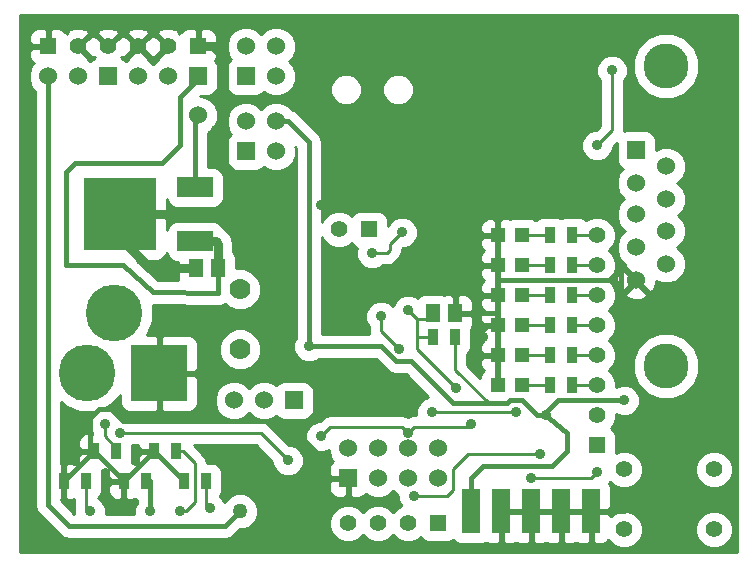
<source format=gbl>
G04 (created by PCBNEW (2013-mar-13)-testing) date śro, 14 sie 2013, 21:49:12*
%MOIN*%
G04 Gerber Fmt 3.4, Leading zero omitted, Abs format*
%FSLAX34Y34*%
G01*
G70*
G90*
G04 APERTURE LIST*
%ADD10C,0.005906*%
%ADD11R,0.047200X0.047200*%
%ADD12R,0.035000X0.055000*%
%ADD13C,0.150000*%
%ADD14R,0.060000X0.060000*%
%ADD15C,0.060000*%
%ADD16R,0.055000X0.055000*%
%ADD17C,0.055000*%
%ADD18R,0.060000X0.150000*%
%ADD19R,0.120000X0.065000*%
%ADD20R,0.240000X0.240000*%
%ADD21R,0.051200X0.059000*%
%ADD22C,0.070000*%
%ADD23C,0.189000*%
%ADD24R,0.189000X0.189000*%
%ADD25C,0.050000*%
%ADD26C,0.035000*%
%ADD27C,0.015000*%
%ADD28C,0.030000*%
%ADD29C,0.010000*%
G04 APERTURE END LIST*
G54D10*
G54D11*
X16974Y-11620D03*
X16148Y-11620D03*
X16974Y-10620D03*
X16148Y-10620D03*
X16974Y-9620D03*
X16148Y-9620D03*
X16974Y-8620D03*
X16148Y-8620D03*
X16974Y-7620D03*
X16148Y-7620D03*
G54D12*
X5686Y-15820D03*
X6436Y-15820D03*
X4686Y-14820D03*
X5436Y-14820D03*
X3686Y-15820D03*
X4436Y-15820D03*
X2686Y-14820D03*
X3436Y-14820D03*
X1686Y-15820D03*
X2436Y-15820D03*
G54D11*
X16974Y-12620D03*
X16148Y-12620D03*
G54D13*
X21761Y-11970D03*
X21761Y-1970D03*
G54D14*
X20761Y-4770D03*
G54D15*
X20761Y-5870D03*
X20761Y-6920D03*
X20761Y-8020D03*
X20761Y-9120D03*
X21761Y-5320D03*
X21761Y-6420D03*
X21761Y-7470D03*
X21761Y-8570D03*
G54D14*
X3161Y-2320D03*
G54D15*
X2161Y-2320D03*
X1161Y-2320D03*
G54D14*
X6161Y-2320D03*
G54D15*
X5161Y-2320D03*
X4161Y-2320D03*
G54D14*
X9361Y-13120D03*
G54D15*
X8361Y-13120D03*
X7361Y-13120D03*
G54D14*
X7761Y-4820D03*
G54D15*
X7761Y-3820D03*
X8761Y-4820D03*
X8761Y-3820D03*
G54D16*
X6161Y-1320D03*
G54D17*
X5161Y-1320D03*
X4161Y-1320D03*
X3161Y-1320D03*
X2161Y-1320D03*
G54D18*
X15261Y-16820D03*
X19261Y-16820D03*
X17261Y-16820D03*
X18261Y-16820D03*
X16261Y-16820D03*
G54D16*
X19461Y-14620D03*
G54D17*
X19461Y-13620D03*
X19461Y-12620D03*
X19461Y-11620D03*
X19461Y-10620D03*
X19461Y-9620D03*
X19461Y-8620D03*
X19461Y-7620D03*
G54D16*
X11861Y-7420D03*
G54D17*
X10861Y-7420D03*
G54D16*
X1161Y-1320D03*
G54D12*
X14736Y-11020D03*
X13986Y-11020D03*
X18636Y-11620D03*
X17886Y-11620D03*
X18636Y-10620D03*
X17886Y-10620D03*
X18636Y-9620D03*
X17886Y-9620D03*
X18636Y-8620D03*
X17886Y-8620D03*
X18636Y-7620D03*
X17886Y-7620D03*
X18636Y-12620D03*
X17886Y-12620D03*
G54D17*
X23361Y-15420D03*
X23361Y-17420D03*
X20361Y-15420D03*
X20361Y-17420D03*
G54D19*
X6061Y-6020D03*
G54D20*
X3561Y-6920D03*
G54D19*
X6061Y-7820D03*
G54D16*
X14161Y-17220D03*
G54D17*
X13161Y-17220D03*
X12161Y-17220D03*
X11161Y-17220D03*
G54D14*
X11161Y-15720D03*
G54D15*
X11161Y-14720D03*
X12161Y-15720D03*
X12161Y-14720D03*
X13161Y-15720D03*
X13161Y-14720D03*
X14161Y-15720D03*
X14161Y-14720D03*
G54D21*
X6836Y-8720D03*
X6086Y-8720D03*
X13986Y-10220D03*
X14736Y-10220D03*
G54D14*
X7761Y-2320D03*
G54D15*
X7761Y-1320D03*
X8761Y-2320D03*
X8761Y-1320D03*
G54D22*
X7561Y-11420D03*
X7561Y-9420D03*
G54D23*
X2461Y-12220D03*
G54D24*
X4861Y-12220D03*
G54D23*
X3361Y-10220D03*
G54D25*
X7561Y-16820D03*
G54D26*
X3561Y-14220D03*
X9161Y-15120D03*
X12261Y-10320D03*
X12861Y-11420D03*
X16761Y-13520D03*
X13961Y-13520D03*
X10261Y-14320D03*
X15261Y-13920D03*
X13161Y-14220D03*
X17261Y-15720D03*
X19461Y-15520D03*
X14761Y-12720D03*
X13161Y-10120D03*
X17561Y-14920D03*
X13361Y-16320D03*
X11961Y-8220D03*
X12961Y-7520D03*
X6761Y-4120D03*
G54D15*
X8561Y-6920D03*
X3761Y-6920D03*
G54D26*
X13061Y-6620D03*
X10261Y-6620D03*
X15361Y-6220D03*
G54D15*
X10561Y-12820D03*
X10061Y-15820D03*
G54D26*
X18861Y-5220D03*
X20261Y-8720D03*
X20561Y-16620D03*
X15661Y-11020D03*
X6561Y-16720D03*
X2561Y-16820D03*
X3061Y-13920D03*
X4561Y-16820D03*
X5561Y-16820D03*
X19961Y-2120D03*
X19461Y-4620D03*
G54D15*
X6161Y-3620D03*
X6061Y-6020D03*
G54D26*
X9861Y-11320D03*
X20361Y-13120D03*
X17761Y-13620D03*
G54D27*
X1161Y-16620D02*
X1161Y-2320D01*
X1861Y-17320D02*
X1161Y-16620D01*
X7061Y-17320D02*
X1861Y-17320D01*
X7561Y-16820D02*
X7061Y-17320D01*
X6161Y-2320D02*
X6161Y-2420D01*
X6836Y-9545D02*
X6836Y-8720D01*
X4661Y-9520D02*
X6836Y-9545D01*
X6161Y-2420D02*
X5561Y-3020D01*
G54D28*
X6061Y-7820D02*
X6761Y-7820D01*
X6761Y-7820D02*
X6836Y-7895D01*
X6836Y-7895D02*
X6836Y-8720D01*
G54D27*
X5561Y-3020D02*
X5561Y-4620D01*
X5561Y-4620D02*
X4961Y-5220D01*
X4961Y-5220D02*
X2061Y-5220D01*
X2061Y-5220D02*
X1761Y-5520D01*
X3661Y-8620D02*
X4661Y-9520D01*
X1761Y-8620D02*
X3661Y-8620D01*
X1761Y-5520D02*
X1761Y-8620D01*
G54D29*
X3661Y-14220D02*
X3561Y-14220D01*
X8261Y-14220D02*
X3661Y-14220D01*
X9161Y-15120D02*
X8261Y-14220D01*
X19461Y-12620D02*
X18636Y-12620D01*
X19461Y-11620D02*
X18636Y-11620D01*
X19461Y-10620D02*
X18636Y-10620D01*
X19461Y-9620D02*
X18636Y-9620D01*
X19461Y-8620D02*
X18636Y-8620D01*
X19461Y-7620D02*
X18636Y-7620D01*
X12261Y-10820D02*
X12261Y-10320D01*
X12861Y-11420D02*
X12261Y-10820D01*
X16761Y-13520D02*
X13961Y-13520D01*
X12961Y-14020D02*
X13161Y-14220D01*
X10561Y-14020D02*
X12961Y-14020D01*
X10261Y-14320D02*
X10561Y-14020D01*
X15261Y-13920D02*
X15161Y-14020D01*
X15161Y-14020D02*
X13361Y-14020D01*
X13361Y-14020D02*
X13161Y-14220D01*
X19261Y-15720D02*
X17261Y-15720D01*
X19461Y-15520D02*
X19261Y-15720D01*
X13461Y-11020D02*
X13986Y-11020D01*
X13461Y-10420D02*
X13786Y-10420D01*
X13786Y-10420D02*
X13986Y-10220D01*
X14761Y-12720D02*
X13461Y-11420D01*
X13461Y-11420D02*
X13461Y-11020D01*
X13461Y-10420D02*
X13161Y-10120D01*
X13461Y-11020D02*
X13461Y-10420D01*
X15161Y-14920D02*
X17561Y-14920D01*
X14661Y-15420D02*
X15161Y-14920D01*
X14661Y-16120D02*
X14661Y-15420D01*
X14461Y-16320D02*
X14661Y-16120D01*
X13361Y-16320D02*
X14461Y-16320D01*
X12461Y-8220D02*
X11961Y-8220D01*
X12561Y-8120D02*
X12461Y-8220D01*
X12561Y-7920D02*
X12561Y-8120D01*
X12961Y-7520D02*
X12561Y-7920D01*
G54D27*
X6961Y-4120D02*
X6761Y-4120D01*
G54D28*
X7461Y-6920D02*
X7461Y-5720D01*
X6661Y-1320D02*
X6161Y-1320D01*
X6961Y-1620D02*
X6661Y-1320D01*
X6961Y-5220D02*
X6961Y-4120D01*
X6961Y-4120D02*
X6961Y-1620D01*
X7461Y-5720D02*
X6961Y-5220D01*
X6086Y-8720D02*
X4561Y-8720D01*
X3561Y-7720D02*
X3561Y-6920D01*
X4561Y-8720D02*
X3561Y-7720D01*
X3761Y-6920D02*
X7461Y-6920D01*
X7461Y-6920D02*
X8561Y-6920D01*
G54D27*
X20561Y-16620D02*
X21061Y-16120D01*
X20261Y-12120D02*
X20261Y-8720D01*
X21061Y-12920D02*
X20261Y-12120D01*
X21061Y-16120D02*
X21061Y-12920D01*
X13061Y-6620D02*
X10261Y-6620D01*
G54D29*
X16161Y-7020D02*
X16148Y-7033D01*
G54D27*
X15361Y-6220D02*
X16161Y-7020D01*
X2861Y-13420D02*
X2561Y-13720D01*
X2861Y-13420D02*
X3261Y-13420D01*
X3661Y-13820D02*
X3261Y-13420D01*
X9761Y-13820D02*
X3661Y-13820D01*
X2561Y-14695D02*
X2686Y-14820D01*
X2561Y-13720D02*
X2561Y-14695D01*
X10561Y-12820D02*
X10561Y-13320D01*
X9761Y-13820D02*
X10061Y-13820D01*
X10061Y-13820D02*
X10561Y-13320D01*
X9561Y-14020D02*
X9561Y-14320D01*
X10061Y-15820D02*
X10061Y-14920D01*
G54D29*
X10061Y-14920D02*
X10061Y-14820D01*
G54D27*
X10061Y-14820D02*
X9561Y-14320D01*
X9561Y-14020D02*
X9761Y-13820D01*
X16148Y-7033D02*
X16148Y-7620D01*
X17961Y-5220D02*
X16148Y-7033D01*
X18361Y-5220D02*
X17961Y-5220D01*
X18861Y-5220D02*
X18361Y-5220D01*
X19861Y-9120D02*
X16148Y-9120D01*
X20261Y-8720D02*
X19861Y-9120D01*
G54D29*
X16148Y-9120D02*
X16161Y-9120D01*
X16161Y-9120D02*
X16148Y-9120D01*
G54D27*
X20361Y-16820D02*
X19261Y-16820D01*
X20561Y-16620D02*
X20361Y-16820D01*
X14736Y-10220D02*
X16148Y-10220D01*
G54D29*
X16148Y-10220D02*
X16161Y-10220D01*
X16161Y-10220D02*
X16148Y-10220D01*
X16148Y-10620D02*
X15861Y-10620D01*
X15661Y-10820D02*
X15661Y-11020D01*
X15861Y-10620D02*
X15661Y-10820D01*
G54D27*
X16148Y-8620D02*
X16148Y-7620D01*
X16148Y-9620D02*
X16148Y-9120D01*
X16148Y-9120D02*
X16148Y-8620D01*
X16148Y-10620D02*
X16148Y-10220D01*
X16148Y-10220D02*
X16148Y-9620D01*
X16148Y-11620D02*
X16148Y-10620D01*
X16148Y-12620D02*
X16148Y-11620D01*
X2686Y-14820D02*
X1686Y-15820D01*
X3686Y-15820D02*
X2686Y-14820D01*
X4686Y-14820D02*
X3686Y-15820D01*
X5686Y-15820D02*
X4686Y-14820D01*
X19261Y-16820D02*
X18261Y-16820D01*
X18261Y-16820D02*
X17261Y-16820D01*
X17261Y-16820D02*
X16261Y-16820D01*
G54D29*
X17886Y-8620D02*
X16974Y-8620D01*
X16974Y-9620D02*
X17886Y-9620D01*
X17886Y-10620D02*
X16974Y-10620D01*
X17886Y-11620D02*
X16974Y-11620D01*
X17886Y-12620D02*
X16974Y-12620D01*
X6436Y-15820D02*
X6436Y-16595D01*
X6436Y-16595D02*
X6561Y-16720D01*
X2436Y-15820D02*
X2436Y-16695D01*
X2436Y-16695D02*
X2561Y-16820D01*
X3436Y-14820D02*
X3436Y-14695D01*
X3061Y-14320D02*
X3061Y-13920D01*
X3436Y-14695D02*
X3061Y-14320D01*
G54D27*
X4436Y-15820D02*
X4561Y-15820D01*
X4561Y-15820D02*
X4561Y-16820D01*
G54D29*
X5436Y-14820D02*
X5661Y-14820D01*
X5761Y-16820D02*
X5561Y-16820D01*
X6061Y-16520D02*
X5761Y-16820D01*
X6061Y-15220D02*
X6061Y-16520D01*
X5661Y-14820D02*
X6061Y-15220D01*
X19461Y-4620D02*
X19961Y-4120D01*
X19961Y-4120D02*
X19961Y-2120D01*
X17886Y-7620D02*
X16974Y-7620D01*
G54D27*
X6061Y-3720D02*
X6061Y-6020D01*
X6161Y-3620D02*
X6061Y-3720D01*
X8761Y-3820D02*
X9161Y-3820D01*
X9861Y-4520D02*
X9861Y-11320D01*
X9161Y-3820D02*
X9861Y-4520D01*
X9861Y-11320D02*
X12261Y-11320D01*
X12261Y-11320D02*
X12761Y-11820D01*
X12761Y-11820D02*
X13261Y-11820D01*
X13261Y-11820D02*
X14661Y-13220D01*
X14661Y-13220D02*
X15861Y-13220D01*
G54D29*
X17761Y-13520D02*
X17761Y-13620D01*
G54D27*
X18161Y-13120D02*
X17761Y-13520D01*
X20361Y-13120D02*
X18161Y-13120D01*
G54D29*
X14736Y-11020D02*
X14736Y-12095D01*
X14736Y-12095D02*
X15861Y-13220D01*
G54D27*
X15861Y-13220D02*
X16461Y-13220D01*
X17461Y-13620D02*
X17761Y-13620D01*
X16961Y-13120D02*
X17461Y-13620D01*
X16561Y-13120D02*
X16961Y-13120D01*
X16461Y-13220D02*
X16561Y-13120D01*
X17861Y-13720D02*
X17761Y-13620D01*
X15261Y-15720D02*
X15661Y-15320D01*
X15661Y-15320D02*
X17961Y-15320D01*
X17961Y-15320D02*
X18461Y-14820D01*
X18461Y-14820D02*
X18461Y-14220D01*
X18461Y-14220D02*
X17861Y-13720D01*
X15261Y-16820D02*
X15261Y-15720D01*
G54D10*
G36*
X2744Y-14870D02*
X2736Y-14870D01*
X2736Y-14878D01*
X2636Y-14878D01*
X2636Y-14870D01*
X2248Y-14870D01*
X2161Y-14957D01*
X2161Y-15025D01*
X2161Y-15165D01*
X2176Y-15201D01*
X2063Y-15248D01*
X2061Y-15250D01*
X2059Y-15248D01*
X1931Y-15195D01*
X1823Y-15195D01*
X1736Y-15282D01*
X1736Y-15770D01*
X1744Y-15770D01*
X1744Y-15870D01*
X1736Y-15870D01*
X1736Y-16357D01*
X1823Y-16445D01*
X1931Y-16445D01*
X2036Y-16401D01*
X2036Y-16695D01*
X2039Y-16709D01*
X2036Y-16715D01*
X2036Y-16894D01*
X1586Y-16444D01*
X1586Y-16407D01*
X1636Y-16357D01*
X1636Y-15870D01*
X1628Y-15870D01*
X1628Y-15770D01*
X1636Y-15770D01*
X1636Y-15282D01*
X1586Y-15232D01*
X1586Y-13176D01*
X1726Y-13317D01*
X2202Y-13515D01*
X2717Y-13515D01*
X2727Y-13511D01*
X2616Y-13622D01*
X2536Y-13815D01*
X2536Y-14024D01*
X2616Y-14217D01*
X2636Y-14237D01*
X2636Y-14282D01*
X2548Y-14195D01*
X2441Y-14195D01*
X2313Y-14248D01*
X2214Y-14347D01*
X2161Y-14475D01*
X2161Y-14615D01*
X2161Y-14682D01*
X2248Y-14770D01*
X2636Y-14770D01*
X2636Y-14762D01*
X2736Y-14762D01*
X2736Y-14770D01*
X2744Y-14770D01*
X2744Y-14870D01*
X2744Y-14870D01*
G37*
G54D29*
X2744Y-14870D02*
X2736Y-14870D01*
X2736Y-14878D01*
X2636Y-14878D01*
X2636Y-14870D01*
X2248Y-14870D01*
X2161Y-14957D01*
X2161Y-15025D01*
X2161Y-15165D01*
X2176Y-15201D01*
X2063Y-15248D01*
X2061Y-15250D01*
X2059Y-15248D01*
X1931Y-15195D01*
X1823Y-15195D01*
X1736Y-15282D01*
X1736Y-15770D01*
X1744Y-15770D01*
X1744Y-15870D01*
X1736Y-15870D01*
X1736Y-16357D01*
X1823Y-16445D01*
X1931Y-16445D01*
X2036Y-16401D01*
X2036Y-16695D01*
X2039Y-16709D01*
X2036Y-16715D01*
X2036Y-16894D01*
X1586Y-16444D01*
X1586Y-16407D01*
X1636Y-16357D01*
X1636Y-15870D01*
X1628Y-15870D01*
X1628Y-15770D01*
X1636Y-15770D01*
X1636Y-15282D01*
X1586Y-15232D01*
X1586Y-13176D01*
X1726Y-13317D01*
X2202Y-13515D01*
X2717Y-13515D01*
X2727Y-13511D01*
X2616Y-13622D01*
X2536Y-13815D01*
X2536Y-14024D01*
X2616Y-14217D01*
X2636Y-14237D01*
X2636Y-14282D01*
X2548Y-14195D01*
X2441Y-14195D01*
X2313Y-14248D01*
X2214Y-14347D01*
X2161Y-14475D01*
X2161Y-14615D01*
X2161Y-14682D01*
X2248Y-14770D01*
X2636Y-14770D01*
X2636Y-14762D01*
X2736Y-14762D01*
X2736Y-14770D01*
X2744Y-14770D01*
X2744Y-14870D01*
G54D10*
G36*
X4136Y-16502D02*
X4116Y-16522D01*
X4036Y-16715D01*
X4036Y-16895D01*
X3636Y-16895D01*
X3636Y-16357D01*
X3636Y-15870D01*
X3248Y-15870D01*
X3161Y-15957D01*
X3161Y-16025D01*
X3161Y-16165D01*
X3214Y-16293D01*
X3313Y-16392D01*
X3441Y-16445D01*
X3548Y-16445D01*
X3636Y-16357D01*
X3636Y-16895D01*
X3086Y-16895D01*
X3086Y-16716D01*
X3006Y-16523D01*
X2859Y-16375D01*
X2836Y-16366D01*
X2836Y-16365D01*
X2908Y-16293D01*
X2961Y-16165D01*
X2961Y-16025D01*
X2961Y-15475D01*
X2946Y-15439D01*
X3059Y-15392D01*
X3061Y-15390D01*
X3063Y-15392D01*
X3176Y-15439D01*
X3161Y-15475D01*
X3161Y-15615D01*
X3161Y-15682D01*
X3248Y-15770D01*
X3636Y-15770D01*
X3636Y-15762D01*
X3736Y-15762D01*
X3736Y-15770D01*
X3744Y-15770D01*
X3744Y-15870D01*
X3736Y-15870D01*
X3736Y-16357D01*
X3823Y-16445D01*
X3931Y-16445D01*
X4059Y-16392D01*
X4061Y-16390D01*
X4063Y-16392D01*
X4136Y-16422D01*
X4136Y-16502D01*
X4136Y-16502D01*
G37*
G54D29*
X4136Y-16502D02*
X4116Y-16522D01*
X4036Y-16715D01*
X4036Y-16895D01*
X3636Y-16895D01*
X3636Y-16357D01*
X3636Y-15870D01*
X3248Y-15870D01*
X3161Y-15957D01*
X3161Y-16025D01*
X3161Y-16165D01*
X3214Y-16293D01*
X3313Y-16392D01*
X3441Y-16445D01*
X3548Y-16445D01*
X3636Y-16357D01*
X3636Y-16895D01*
X3086Y-16895D01*
X3086Y-16716D01*
X3006Y-16523D01*
X2859Y-16375D01*
X2836Y-16366D01*
X2836Y-16365D01*
X2908Y-16293D01*
X2961Y-16165D01*
X2961Y-16025D01*
X2961Y-15475D01*
X2946Y-15439D01*
X3059Y-15392D01*
X3061Y-15390D01*
X3063Y-15392D01*
X3176Y-15439D01*
X3161Y-15475D01*
X3161Y-15615D01*
X3161Y-15682D01*
X3248Y-15770D01*
X3636Y-15770D01*
X3636Y-15762D01*
X3736Y-15762D01*
X3736Y-15770D01*
X3744Y-15770D01*
X3744Y-15870D01*
X3736Y-15870D01*
X3736Y-16357D01*
X3823Y-16445D01*
X3931Y-16445D01*
X4059Y-16392D01*
X4061Y-16390D01*
X4063Y-16392D01*
X4136Y-16422D01*
X4136Y-16502D01*
G54D10*
G36*
X4744Y-14870D02*
X4736Y-14870D01*
X4736Y-14878D01*
X4636Y-14878D01*
X4636Y-14870D01*
X4248Y-14870D01*
X4161Y-14957D01*
X4161Y-15025D01*
X4161Y-15165D01*
X4176Y-15201D01*
X4063Y-15248D01*
X4061Y-15250D01*
X4059Y-15248D01*
X3946Y-15201D01*
X3961Y-15165D01*
X3961Y-15025D01*
X3961Y-14620D01*
X4161Y-14620D01*
X4161Y-14682D01*
X4248Y-14770D01*
X4636Y-14770D01*
X4636Y-14762D01*
X4736Y-14762D01*
X4736Y-14770D01*
X4744Y-14770D01*
X4744Y-14870D01*
X4744Y-14870D01*
G37*
G54D29*
X4744Y-14870D02*
X4736Y-14870D01*
X4736Y-14878D01*
X4636Y-14878D01*
X4636Y-14870D01*
X4248Y-14870D01*
X4161Y-14957D01*
X4161Y-15025D01*
X4161Y-15165D01*
X4176Y-15201D01*
X4063Y-15248D01*
X4061Y-15250D01*
X4059Y-15248D01*
X3946Y-15201D01*
X3961Y-15165D01*
X3961Y-15025D01*
X3961Y-14620D01*
X4161Y-14620D01*
X4161Y-14682D01*
X4248Y-14770D01*
X4636Y-14770D01*
X4636Y-14762D01*
X4736Y-14762D01*
X4736Y-14770D01*
X4744Y-14770D01*
X4744Y-14870D01*
G54D10*
G36*
X6144Y-8770D02*
X6136Y-8770D01*
X6136Y-8778D01*
X6036Y-8778D01*
X6036Y-8770D01*
X5567Y-8770D01*
X5480Y-8857D01*
X5480Y-8945D01*
X5480Y-9085D01*
X5488Y-9104D01*
X4826Y-9097D01*
X4130Y-8470D01*
X4691Y-8470D01*
X4831Y-8470D01*
X4959Y-8417D01*
X5058Y-8318D01*
X5111Y-8190D01*
X5111Y-8215D01*
X5164Y-8343D01*
X5263Y-8442D01*
X5391Y-8495D01*
X5480Y-8495D01*
X5480Y-8582D01*
X5567Y-8670D01*
X6036Y-8670D01*
X6036Y-8662D01*
X6136Y-8662D01*
X6136Y-8670D01*
X6144Y-8670D01*
X6144Y-8770D01*
X6144Y-8770D01*
G37*
G54D29*
X6144Y-8770D02*
X6136Y-8770D01*
X6136Y-8778D01*
X6036Y-8778D01*
X6036Y-8770D01*
X5567Y-8770D01*
X5480Y-8857D01*
X5480Y-8945D01*
X5480Y-9085D01*
X5488Y-9104D01*
X4826Y-9097D01*
X4130Y-8470D01*
X4691Y-8470D01*
X4831Y-8470D01*
X4959Y-8417D01*
X5058Y-8318D01*
X5111Y-8190D01*
X5111Y-8215D01*
X5164Y-8343D01*
X5263Y-8442D01*
X5391Y-8495D01*
X5480Y-8495D01*
X5480Y-8582D01*
X5567Y-8670D01*
X6036Y-8670D01*
X6036Y-8662D01*
X6136Y-8662D01*
X6136Y-8670D01*
X6144Y-8670D01*
X6144Y-8770D01*
G54D10*
G36*
X24111Y-18170D02*
X23986Y-18170D01*
X23986Y-17296D01*
X23986Y-15296D01*
X23891Y-15066D01*
X23715Y-14890D01*
X23486Y-14795D01*
X23237Y-14795D01*
X23007Y-14890D01*
X22861Y-15036D01*
X22861Y-11752D01*
X22861Y-1752D01*
X22694Y-1348D01*
X22385Y-1038D01*
X21981Y-870D01*
X21543Y-870D01*
X21139Y-1037D01*
X20829Y-1346D01*
X20661Y-1750D01*
X20661Y-2188D01*
X20828Y-2592D01*
X21137Y-2902D01*
X21541Y-3070D01*
X21979Y-3070D01*
X22383Y-2903D01*
X22693Y-2594D01*
X22861Y-2190D01*
X22861Y-1752D01*
X22861Y-11752D01*
X22694Y-11348D01*
X22411Y-11064D01*
X22411Y-8441D01*
X22312Y-8202D01*
X22130Y-8020D01*
X22312Y-7839D01*
X22411Y-7600D01*
X22411Y-7341D01*
X22312Y-7102D01*
X22155Y-6945D01*
X22312Y-6789D01*
X22411Y-6550D01*
X22411Y-6291D01*
X22312Y-6052D01*
X22130Y-5870D01*
X22312Y-5689D01*
X22411Y-5450D01*
X22411Y-5191D01*
X22312Y-4952D01*
X22130Y-4769D01*
X21891Y-4670D01*
X21632Y-4670D01*
X21411Y-4761D01*
X21411Y-4400D01*
X21358Y-4272D01*
X21259Y-4173D01*
X21131Y-4120D01*
X20991Y-4120D01*
X20391Y-4120D01*
X20358Y-4134D01*
X20361Y-4120D01*
X20361Y-4120D01*
X20361Y-2462D01*
X20406Y-2418D01*
X20486Y-2225D01*
X20486Y-2016D01*
X20406Y-1823D01*
X20259Y-1675D01*
X20066Y-1595D01*
X19857Y-1595D01*
X19664Y-1675D01*
X19516Y-1822D01*
X19436Y-2015D01*
X19436Y-2224D01*
X19516Y-2417D01*
X19561Y-2462D01*
X19561Y-3954D01*
X19420Y-4095D01*
X19357Y-4095D01*
X19164Y-4175D01*
X19016Y-4322D01*
X18936Y-4515D01*
X18936Y-4724D01*
X19016Y-4917D01*
X19163Y-5065D01*
X19356Y-5145D01*
X19565Y-5145D01*
X19758Y-5065D01*
X19906Y-4918D01*
X19986Y-4725D01*
X19986Y-4661D01*
X20111Y-4536D01*
X20111Y-4540D01*
X20111Y-5140D01*
X20164Y-5268D01*
X20263Y-5367D01*
X20321Y-5391D01*
X20210Y-5501D01*
X20111Y-5740D01*
X20111Y-5999D01*
X20210Y-6238D01*
X20367Y-6395D01*
X20210Y-6551D01*
X20111Y-6790D01*
X20111Y-7049D01*
X20210Y-7288D01*
X20392Y-7470D01*
X20210Y-7651D01*
X20111Y-7890D01*
X20111Y-8149D01*
X20210Y-8388D01*
X20392Y-8571D01*
X20409Y-8578D01*
X20391Y-8679D01*
X20761Y-9049D01*
X20766Y-9044D01*
X20837Y-9114D01*
X20832Y-9120D01*
X21201Y-9490D01*
X21325Y-9468D01*
X21415Y-9226D01*
X21412Y-9129D01*
X21631Y-9220D01*
X21890Y-9220D01*
X22129Y-9121D01*
X22312Y-8939D01*
X22411Y-8700D01*
X22411Y-8441D01*
X22411Y-11064D01*
X22385Y-11038D01*
X21981Y-10870D01*
X21543Y-10870D01*
X21139Y-11037D01*
X21131Y-11045D01*
X21131Y-9561D01*
X20761Y-9191D01*
X20690Y-9261D01*
X20690Y-9120D01*
X20320Y-8750D01*
X20197Y-8772D01*
X20107Y-9014D01*
X20116Y-9273D01*
X20197Y-9468D01*
X20320Y-9490D01*
X20690Y-9120D01*
X20690Y-9261D01*
X20391Y-9561D01*
X20413Y-9684D01*
X20655Y-9774D01*
X20914Y-9765D01*
X21109Y-9684D01*
X21131Y-9561D01*
X21131Y-11045D01*
X20829Y-11346D01*
X20661Y-11750D01*
X20661Y-12188D01*
X20828Y-12592D01*
X21137Y-12902D01*
X21541Y-13070D01*
X21979Y-13070D01*
X22383Y-12903D01*
X22693Y-12594D01*
X22861Y-12190D01*
X22861Y-11752D01*
X22861Y-15036D01*
X22831Y-15065D01*
X22736Y-15295D01*
X22736Y-15544D01*
X22831Y-15774D01*
X23006Y-15950D01*
X23236Y-16045D01*
X23485Y-16045D01*
X23714Y-15950D01*
X23890Y-15774D01*
X23986Y-15545D01*
X23986Y-15296D01*
X23986Y-17296D01*
X23891Y-17066D01*
X23715Y-16890D01*
X23486Y-16795D01*
X23237Y-16795D01*
X23007Y-16890D01*
X22831Y-17065D01*
X22736Y-17295D01*
X22736Y-17544D01*
X22831Y-17774D01*
X23006Y-17950D01*
X23236Y-18045D01*
X23485Y-18045D01*
X23714Y-17950D01*
X23890Y-17774D01*
X23986Y-17545D01*
X23986Y-17296D01*
X23986Y-18170D01*
X20986Y-18170D01*
X20986Y-17296D01*
X20986Y-15296D01*
X20891Y-15066D01*
X20715Y-14890D01*
X20486Y-14795D01*
X20237Y-14795D01*
X20086Y-14857D01*
X20086Y-14825D01*
X20086Y-14275D01*
X20033Y-14147D01*
X19934Y-14048D01*
X19922Y-14043D01*
X19990Y-13974D01*
X20086Y-13745D01*
X20086Y-13574D01*
X20256Y-13645D01*
X20465Y-13645D01*
X20658Y-13565D01*
X20806Y-13418D01*
X20886Y-13225D01*
X20886Y-13016D01*
X20806Y-12823D01*
X20659Y-12675D01*
X20466Y-12595D01*
X20257Y-12595D01*
X20086Y-12666D01*
X20086Y-12496D01*
X19991Y-12266D01*
X19845Y-12120D01*
X19990Y-11974D01*
X20086Y-11745D01*
X20086Y-11496D01*
X19991Y-11266D01*
X19845Y-11120D01*
X19990Y-10974D01*
X20086Y-10745D01*
X20086Y-10496D01*
X19991Y-10266D01*
X19845Y-10120D01*
X19990Y-9974D01*
X20086Y-9745D01*
X20086Y-9496D01*
X19991Y-9266D01*
X19845Y-9120D01*
X19990Y-8974D01*
X20086Y-8745D01*
X20086Y-8496D01*
X19991Y-8266D01*
X19845Y-8120D01*
X19990Y-7974D01*
X20086Y-7745D01*
X20086Y-7496D01*
X19991Y-7266D01*
X19815Y-7090D01*
X19586Y-6995D01*
X19337Y-6995D01*
X19107Y-7090D01*
X19079Y-7118D01*
X19009Y-7048D01*
X18881Y-6995D01*
X18741Y-6995D01*
X18391Y-6995D01*
X18263Y-7048D01*
X18261Y-7050D01*
X18259Y-7048D01*
X18131Y-6995D01*
X17991Y-6995D01*
X17641Y-6995D01*
X17513Y-7048D01*
X17441Y-7120D01*
X17408Y-7087D01*
X17280Y-7034D01*
X17140Y-7034D01*
X16668Y-7034D01*
X16561Y-7078D01*
X16454Y-7034D01*
X16285Y-7034D01*
X16198Y-7121D01*
X16198Y-7570D01*
X16206Y-7570D01*
X16206Y-7670D01*
X16198Y-7670D01*
X16198Y-8118D01*
X16199Y-8120D01*
X16198Y-8121D01*
X16198Y-8570D01*
X16206Y-8570D01*
X16206Y-8670D01*
X16198Y-8670D01*
X16198Y-9118D01*
X16199Y-9120D01*
X16198Y-9121D01*
X16198Y-9570D01*
X16206Y-9570D01*
X16206Y-9670D01*
X16198Y-9670D01*
X16198Y-10118D01*
X16199Y-10120D01*
X16198Y-10121D01*
X16198Y-10570D01*
X16206Y-10570D01*
X16206Y-10670D01*
X16198Y-10670D01*
X16198Y-11118D01*
X16199Y-11120D01*
X16198Y-11121D01*
X16198Y-11570D01*
X16206Y-11570D01*
X16206Y-11670D01*
X16198Y-11670D01*
X16198Y-12118D01*
X16199Y-12120D01*
X16198Y-12121D01*
X16198Y-12570D01*
X16206Y-12570D01*
X16206Y-12670D01*
X16198Y-12670D01*
X16198Y-12678D01*
X16098Y-12678D01*
X16098Y-12670D01*
X16090Y-12670D01*
X16090Y-12570D01*
X16098Y-12570D01*
X16098Y-12121D01*
X16096Y-12120D01*
X16098Y-12118D01*
X16098Y-11670D01*
X16098Y-11570D01*
X16098Y-11121D01*
X16096Y-11120D01*
X16098Y-11118D01*
X16098Y-10670D01*
X16098Y-10570D01*
X16098Y-10121D01*
X16096Y-10120D01*
X16098Y-10118D01*
X16098Y-9670D01*
X16098Y-9570D01*
X16098Y-9121D01*
X16096Y-9120D01*
X16098Y-9118D01*
X16098Y-8670D01*
X16098Y-8570D01*
X16098Y-8121D01*
X16096Y-8120D01*
X16098Y-8118D01*
X16098Y-7670D01*
X16098Y-7570D01*
X16098Y-7121D01*
X16010Y-7034D01*
X15842Y-7034D01*
X15714Y-7087D01*
X15615Y-7186D01*
X15562Y-7314D01*
X15562Y-7454D01*
X15562Y-7482D01*
X15649Y-7570D01*
X16098Y-7570D01*
X16098Y-7670D01*
X15649Y-7670D01*
X15562Y-7757D01*
X15562Y-7786D01*
X15562Y-7926D01*
X15615Y-8054D01*
X15681Y-8120D01*
X15615Y-8186D01*
X15562Y-8314D01*
X15562Y-8454D01*
X15562Y-8482D01*
X15649Y-8570D01*
X16098Y-8570D01*
X16098Y-8670D01*
X15649Y-8670D01*
X15562Y-8757D01*
X15562Y-8786D01*
X15562Y-8926D01*
X15615Y-9054D01*
X15681Y-9120D01*
X15615Y-9186D01*
X15562Y-9314D01*
X15562Y-9454D01*
X15562Y-9482D01*
X15649Y-9570D01*
X16098Y-9570D01*
X16098Y-9670D01*
X15649Y-9670D01*
X15562Y-9757D01*
X15562Y-9786D01*
X15562Y-9926D01*
X15615Y-10054D01*
X15681Y-10120D01*
X15615Y-10186D01*
X15562Y-10314D01*
X15562Y-10454D01*
X15562Y-10482D01*
X15649Y-10570D01*
X16098Y-10570D01*
X16098Y-10670D01*
X15649Y-10670D01*
X15562Y-10757D01*
X15562Y-10786D01*
X15562Y-10926D01*
X15615Y-11054D01*
X15681Y-11120D01*
X15615Y-11186D01*
X15562Y-11314D01*
X15562Y-11454D01*
X15562Y-11482D01*
X15649Y-11570D01*
X16098Y-11570D01*
X16098Y-11670D01*
X15649Y-11670D01*
X15562Y-11757D01*
X15562Y-11786D01*
X15562Y-11926D01*
X15615Y-12054D01*
X15681Y-12120D01*
X15615Y-12186D01*
X15562Y-12314D01*
X15562Y-12355D01*
X15136Y-11929D01*
X15136Y-11565D01*
X15208Y-11493D01*
X15261Y-11365D01*
X15261Y-11225D01*
X15261Y-10741D01*
X15289Y-10713D01*
X15342Y-10585D01*
X15342Y-10445D01*
X15342Y-10357D01*
X15342Y-10082D01*
X15342Y-9995D01*
X15342Y-9855D01*
X15289Y-9727D01*
X15190Y-9628D01*
X15062Y-9575D01*
X14873Y-9575D01*
X14786Y-9662D01*
X14786Y-10170D01*
X15254Y-10170D01*
X15342Y-10082D01*
X15342Y-10357D01*
X15254Y-10270D01*
X14786Y-10270D01*
X14786Y-10278D01*
X14686Y-10278D01*
X14686Y-10270D01*
X14678Y-10270D01*
X14678Y-10170D01*
X14686Y-10170D01*
X14686Y-9662D01*
X14598Y-9575D01*
X14410Y-9575D01*
X14361Y-9595D01*
X14312Y-9575D01*
X14172Y-9575D01*
X13660Y-9575D01*
X13532Y-9628D01*
X13472Y-9688D01*
X13459Y-9675D01*
X13266Y-9595D01*
X13057Y-9595D01*
X12864Y-9675D01*
X12716Y-9822D01*
X12654Y-9971D01*
X12559Y-9875D01*
X12366Y-9795D01*
X12157Y-9795D01*
X11964Y-9875D01*
X11816Y-10022D01*
X11736Y-10215D01*
X11736Y-10424D01*
X11816Y-10617D01*
X11861Y-10662D01*
X11861Y-10820D01*
X11876Y-10895D01*
X10286Y-10895D01*
X10286Y-7665D01*
X10331Y-7774D01*
X10506Y-7950D01*
X10736Y-8045D01*
X10985Y-8045D01*
X11214Y-7950D01*
X11284Y-7881D01*
X11289Y-7893D01*
X11388Y-7992D01*
X11473Y-8027D01*
X11436Y-8115D01*
X11436Y-8324D01*
X11516Y-8517D01*
X11663Y-8665D01*
X11856Y-8745D01*
X12065Y-8745D01*
X12258Y-8665D01*
X12303Y-8620D01*
X12461Y-8620D01*
X12461Y-8620D01*
X12589Y-8595D01*
X12614Y-8590D01*
X12614Y-8590D01*
X12744Y-8503D01*
X12844Y-8403D01*
X12844Y-8403D01*
X12902Y-8316D01*
X12930Y-8273D01*
X12930Y-8273D01*
X12961Y-8120D01*
X12961Y-8120D01*
X12961Y-8086D01*
X13002Y-8045D01*
X13065Y-8045D01*
X13258Y-7965D01*
X13406Y-7818D01*
X13486Y-7625D01*
X13486Y-7416D01*
X13406Y-7223D01*
X13354Y-7171D01*
X13354Y-2651D01*
X13274Y-2457D01*
X13126Y-2308D01*
X12932Y-2228D01*
X12723Y-2228D01*
X12529Y-2308D01*
X12380Y-2456D01*
X12300Y-2650D01*
X12300Y-2859D01*
X12380Y-3053D01*
X12528Y-3201D01*
X12722Y-3282D01*
X12931Y-3282D01*
X13125Y-3202D01*
X13273Y-3054D01*
X13354Y-2860D01*
X13354Y-2651D01*
X13354Y-7171D01*
X13259Y-7075D01*
X13066Y-6995D01*
X12857Y-6995D01*
X12664Y-7075D01*
X12516Y-7222D01*
X12486Y-7295D01*
X12486Y-7075D01*
X12433Y-6947D01*
X12334Y-6848D01*
X12206Y-6795D01*
X12066Y-6795D01*
X11622Y-6795D01*
X11622Y-2651D01*
X11542Y-2457D01*
X11394Y-2308D01*
X11200Y-2228D01*
X10991Y-2228D01*
X10797Y-2308D01*
X10648Y-2456D01*
X10568Y-2650D01*
X10568Y-2859D01*
X10648Y-3053D01*
X10796Y-3201D01*
X10990Y-3282D01*
X11199Y-3282D01*
X11393Y-3202D01*
X11541Y-3054D01*
X11622Y-2860D01*
X11622Y-2651D01*
X11622Y-6795D01*
X11516Y-6795D01*
X11388Y-6848D01*
X11289Y-6947D01*
X11284Y-6959D01*
X11215Y-6890D01*
X10986Y-6795D01*
X10737Y-6795D01*
X10507Y-6890D01*
X10331Y-7065D01*
X10286Y-7175D01*
X10286Y-4520D01*
X10286Y-4520D01*
X10286Y-4520D01*
X10259Y-4384D01*
X10254Y-4357D01*
X10254Y-4357D01*
X10161Y-4219D01*
X9461Y-3519D01*
X9411Y-3486D01*
X9411Y-2191D01*
X9312Y-1952D01*
X9180Y-1820D01*
X9312Y-1689D01*
X9411Y-1450D01*
X9411Y-1191D01*
X9312Y-952D01*
X9130Y-769D01*
X8891Y-670D01*
X8632Y-670D01*
X8393Y-769D01*
X8261Y-901D01*
X8130Y-769D01*
X7891Y-670D01*
X7632Y-670D01*
X7393Y-769D01*
X7210Y-951D01*
X7111Y-1190D01*
X7111Y-1449D01*
X7210Y-1688D01*
X7254Y-1732D01*
X7164Y-1822D01*
X7111Y-1950D01*
X7111Y-2090D01*
X7111Y-2690D01*
X7164Y-2818D01*
X7263Y-2917D01*
X7391Y-2970D01*
X7531Y-2970D01*
X8131Y-2970D01*
X8259Y-2917D01*
X8349Y-2827D01*
X8392Y-2871D01*
X8631Y-2970D01*
X8890Y-2970D01*
X9129Y-2871D01*
X9312Y-2689D01*
X9411Y-2450D01*
X9411Y-2191D01*
X9411Y-3486D01*
X9324Y-3427D01*
X9278Y-3418D01*
X9130Y-3269D01*
X8891Y-3170D01*
X8632Y-3170D01*
X8393Y-3269D01*
X8261Y-3401D01*
X8130Y-3269D01*
X7891Y-3170D01*
X7632Y-3170D01*
X7393Y-3269D01*
X7210Y-3451D01*
X7111Y-3690D01*
X7111Y-3949D01*
X7210Y-4188D01*
X7254Y-4232D01*
X7164Y-4322D01*
X7111Y-4450D01*
X7111Y-4590D01*
X7111Y-5190D01*
X7164Y-5318D01*
X7263Y-5417D01*
X7391Y-5470D01*
X7531Y-5470D01*
X8131Y-5470D01*
X8259Y-5417D01*
X8349Y-5327D01*
X8392Y-5371D01*
X8631Y-5470D01*
X8890Y-5470D01*
X9129Y-5371D01*
X9312Y-5189D01*
X9411Y-4950D01*
X9411Y-4691D01*
X9397Y-4657D01*
X9436Y-4696D01*
X9436Y-11002D01*
X9416Y-11022D01*
X9336Y-11215D01*
X9336Y-11424D01*
X9416Y-11617D01*
X9563Y-11765D01*
X9756Y-11845D01*
X9965Y-11845D01*
X10158Y-11765D01*
X10178Y-11745D01*
X12085Y-11745D01*
X12460Y-12120D01*
X12598Y-12213D01*
X12761Y-12245D01*
X13085Y-12245D01*
X13841Y-13001D01*
X13664Y-13075D01*
X13516Y-13222D01*
X13436Y-13415D01*
X13436Y-13620D01*
X13361Y-13620D01*
X13208Y-13650D01*
X13165Y-13679D01*
X13161Y-13682D01*
X13114Y-13650D01*
X13089Y-13645D01*
X12961Y-13620D01*
X10561Y-13620D01*
X10433Y-13645D01*
X10408Y-13650D01*
X10278Y-13737D01*
X10220Y-13795D01*
X10157Y-13795D01*
X10011Y-13855D01*
X10011Y-13490D01*
X10011Y-13350D01*
X10011Y-12750D01*
X9958Y-12622D01*
X9859Y-12523D01*
X9731Y-12470D01*
X9591Y-12470D01*
X8991Y-12470D01*
X8863Y-12523D01*
X8773Y-12613D01*
X8730Y-12569D01*
X8491Y-12470D01*
X8261Y-12470D01*
X8261Y-11281D01*
X8155Y-11024D01*
X7958Y-10827D01*
X7701Y-10720D01*
X7422Y-10720D01*
X7165Y-10826D01*
X6968Y-11023D01*
X6861Y-11280D01*
X6861Y-11559D01*
X6967Y-11816D01*
X7164Y-12013D01*
X7421Y-12120D01*
X7700Y-12120D01*
X7957Y-12014D01*
X8154Y-11817D01*
X8261Y-11560D01*
X8261Y-11281D01*
X8261Y-12470D01*
X8232Y-12470D01*
X7993Y-12569D01*
X7861Y-12701D01*
X7730Y-12569D01*
X7491Y-12470D01*
X7232Y-12470D01*
X6993Y-12569D01*
X6810Y-12751D01*
X6711Y-12990D01*
X6711Y-13249D01*
X6810Y-13488D01*
X6992Y-13671D01*
X7231Y-13770D01*
X7490Y-13770D01*
X7729Y-13671D01*
X7861Y-13539D01*
X7992Y-13671D01*
X8231Y-13770D01*
X8490Y-13770D01*
X8729Y-13671D01*
X8773Y-13627D01*
X8863Y-13717D01*
X8991Y-13770D01*
X9131Y-13770D01*
X9731Y-13770D01*
X9859Y-13717D01*
X9958Y-13618D01*
X10011Y-13490D01*
X10011Y-13855D01*
X9964Y-13875D01*
X9816Y-14022D01*
X9736Y-14215D01*
X9736Y-14424D01*
X9816Y-14617D01*
X9963Y-14765D01*
X10156Y-14845D01*
X10365Y-14845D01*
X10511Y-14785D01*
X10511Y-14849D01*
X10610Y-15088D01*
X10654Y-15132D01*
X10564Y-15222D01*
X10511Y-15350D01*
X10511Y-15490D01*
X10511Y-15582D01*
X10598Y-15670D01*
X11111Y-15670D01*
X11111Y-15662D01*
X11211Y-15662D01*
X11211Y-15670D01*
X11219Y-15670D01*
X11219Y-15770D01*
X11211Y-15770D01*
X11211Y-16282D01*
X11298Y-16370D01*
X11531Y-16370D01*
X11659Y-16317D01*
X11749Y-16227D01*
X11792Y-16271D01*
X12031Y-16370D01*
X12290Y-16370D01*
X12529Y-16271D01*
X12661Y-16139D01*
X12792Y-16271D01*
X12836Y-16289D01*
X12836Y-16424D01*
X12916Y-16617D01*
X12935Y-16637D01*
X12807Y-16690D01*
X12661Y-16836D01*
X12515Y-16690D01*
X12286Y-16595D01*
X12037Y-16595D01*
X11807Y-16690D01*
X11661Y-16836D01*
X11515Y-16690D01*
X11286Y-16595D01*
X11111Y-16595D01*
X11111Y-16282D01*
X11111Y-15770D01*
X10598Y-15770D01*
X10511Y-15857D01*
X10511Y-15950D01*
X10511Y-16090D01*
X10564Y-16218D01*
X10663Y-16317D01*
X10791Y-16370D01*
X11023Y-16370D01*
X11111Y-16282D01*
X11111Y-16595D01*
X11037Y-16595D01*
X10807Y-16690D01*
X10631Y-16865D01*
X10536Y-17095D01*
X10536Y-17344D01*
X10631Y-17574D01*
X10806Y-17750D01*
X11036Y-17845D01*
X11285Y-17845D01*
X11514Y-17750D01*
X11661Y-17604D01*
X11806Y-17750D01*
X12036Y-17845D01*
X12285Y-17845D01*
X12514Y-17750D01*
X12661Y-17604D01*
X12806Y-17750D01*
X13036Y-17845D01*
X13285Y-17845D01*
X13514Y-17750D01*
X13584Y-17681D01*
X13589Y-17693D01*
X13688Y-17792D01*
X13816Y-17845D01*
X13956Y-17845D01*
X14506Y-17845D01*
X14634Y-17792D01*
X14662Y-17764D01*
X14664Y-17768D01*
X14763Y-17867D01*
X14891Y-17920D01*
X15031Y-17920D01*
X15631Y-17920D01*
X15759Y-17867D01*
X15761Y-17865D01*
X15763Y-17867D01*
X15891Y-17920D01*
X16123Y-17920D01*
X16211Y-17832D01*
X16211Y-16870D01*
X16203Y-16870D01*
X16203Y-16770D01*
X16211Y-16770D01*
X16211Y-16762D01*
X16311Y-16762D01*
X16311Y-16770D01*
X16698Y-16770D01*
X16823Y-16770D01*
X17211Y-16770D01*
X17211Y-16762D01*
X17311Y-16762D01*
X17311Y-16770D01*
X17698Y-16770D01*
X17823Y-16770D01*
X18211Y-16770D01*
X18211Y-16762D01*
X18311Y-16762D01*
X18311Y-16770D01*
X18698Y-16770D01*
X18823Y-16770D01*
X19211Y-16770D01*
X19211Y-16762D01*
X19311Y-16762D01*
X19311Y-16770D01*
X19823Y-16770D01*
X19911Y-16682D01*
X19911Y-16140D01*
X19911Y-16000D01*
X19858Y-15872D01*
X19855Y-15869D01*
X19890Y-15833D01*
X20006Y-15950D01*
X20236Y-16045D01*
X20485Y-16045D01*
X20714Y-15950D01*
X20890Y-15774D01*
X20986Y-15545D01*
X20986Y-15296D01*
X20986Y-17296D01*
X20891Y-17066D01*
X20715Y-16890D01*
X20486Y-16795D01*
X20237Y-16795D01*
X20007Y-16890D01*
X19911Y-16986D01*
X19911Y-16957D01*
X19823Y-16870D01*
X19311Y-16870D01*
X19311Y-17832D01*
X19398Y-17920D01*
X19631Y-17920D01*
X19759Y-17867D01*
X19842Y-17784D01*
X20006Y-17950D01*
X20236Y-18045D01*
X20485Y-18045D01*
X20714Y-17950D01*
X20890Y-17774D01*
X20986Y-17545D01*
X20986Y-17296D01*
X20986Y-18170D01*
X19211Y-18170D01*
X19211Y-17832D01*
X19211Y-16870D01*
X18823Y-16870D01*
X18698Y-16870D01*
X18311Y-16870D01*
X18311Y-17832D01*
X18398Y-17920D01*
X18631Y-17920D01*
X18759Y-17867D01*
X18761Y-17865D01*
X18763Y-17867D01*
X18891Y-17920D01*
X19123Y-17920D01*
X19211Y-17832D01*
X19211Y-18170D01*
X18211Y-18170D01*
X18211Y-17832D01*
X18211Y-16870D01*
X17823Y-16870D01*
X17698Y-16870D01*
X17311Y-16870D01*
X17311Y-17832D01*
X17398Y-17920D01*
X17631Y-17920D01*
X17759Y-17867D01*
X17761Y-17865D01*
X17763Y-17867D01*
X17891Y-17920D01*
X18123Y-17920D01*
X18211Y-17832D01*
X18211Y-18170D01*
X17211Y-18170D01*
X17211Y-17832D01*
X17211Y-16870D01*
X16823Y-16870D01*
X16698Y-16870D01*
X16311Y-16870D01*
X16311Y-17832D01*
X16398Y-17920D01*
X16631Y-17920D01*
X16759Y-17867D01*
X16761Y-17865D01*
X16763Y-17867D01*
X16891Y-17920D01*
X17123Y-17920D01*
X17211Y-17832D01*
X17211Y-18170D01*
X9686Y-18170D01*
X9686Y-15016D01*
X9606Y-14823D01*
X9459Y-14675D01*
X9266Y-14595D01*
X9202Y-14595D01*
X8544Y-13937D01*
X8414Y-13850D01*
X8389Y-13845D01*
X8261Y-13820D01*
X6156Y-13820D01*
X6156Y-13235D01*
X6156Y-13095D01*
X6156Y-12357D01*
X6156Y-12082D01*
X6156Y-11345D01*
X6156Y-11205D01*
X6103Y-11077D01*
X6004Y-10978D01*
X5876Y-10925D01*
X4998Y-10925D01*
X4911Y-11012D01*
X4911Y-12170D01*
X6068Y-12170D01*
X6156Y-12082D01*
X6156Y-12357D01*
X6068Y-12270D01*
X4911Y-12270D01*
X4911Y-13427D01*
X4998Y-13515D01*
X5876Y-13515D01*
X6004Y-13462D01*
X6103Y-13363D01*
X6156Y-13235D01*
X6156Y-13820D01*
X3903Y-13820D01*
X3859Y-13775D01*
X3666Y-13695D01*
X3536Y-13695D01*
X3506Y-13623D01*
X3359Y-13475D01*
X3166Y-13395D01*
X3008Y-13395D01*
X3194Y-13318D01*
X3558Y-12954D01*
X3566Y-12936D01*
X3566Y-13095D01*
X3566Y-13235D01*
X3619Y-13363D01*
X3718Y-13462D01*
X3846Y-13515D01*
X4723Y-13515D01*
X4811Y-13427D01*
X4811Y-12270D01*
X4803Y-12270D01*
X4803Y-12170D01*
X4811Y-12170D01*
X4811Y-11012D01*
X4723Y-10925D01*
X4470Y-10925D01*
X4656Y-10479D01*
X4656Y-9964D01*
X4648Y-9943D01*
X4656Y-9945D01*
X6831Y-9970D01*
X6833Y-9969D01*
X6836Y-9970D01*
X6915Y-9954D01*
X6994Y-9939D01*
X6996Y-9938D01*
X6999Y-9938D01*
X7053Y-9902D01*
X7164Y-10013D01*
X7421Y-10120D01*
X7700Y-10120D01*
X7957Y-10014D01*
X8154Y-9817D01*
X8261Y-9560D01*
X8261Y-9281D01*
X8155Y-9024D01*
X7958Y-8827D01*
X7701Y-8720D01*
X7442Y-8720D01*
X7442Y-8355D01*
X7389Y-8227D01*
X7336Y-8174D01*
X7336Y-7895D01*
X7336Y-7895D01*
X7336Y-7895D01*
X7298Y-7704D01*
X7189Y-7541D01*
X7189Y-7541D01*
X7189Y-7541D01*
X7114Y-7466D01*
X6995Y-7386D01*
X6958Y-7297D01*
X6859Y-7198D01*
X6731Y-7145D01*
X6591Y-7145D01*
X5391Y-7145D01*
X5263Y-7198D01*
X5164Y-7297D01*
X5111Y-7425D01*
X5111Y-7057D01*
X5023Y-6970D01*
X3611Y-6970D01*
X3611Y-6978D01*
X3511Y-6978D01*
X3511Y-6970D01*
X3503Y-6970D01*
X3503Y-6870D01*
X3511Y-6870D01*
X3511Y-6862D01*
X3611Y-6862D01*
X3611Y-6870D01*
X5023Y-6870D01*
X5111Y-6782D01*
X5111Y-6415D01*
X5164Y-6543D01*
X5263Y-6642D01*
X5391Y-6695D01*
X5531Y-6695D01*
X6731Y-6695D01*
X6859Y-6642D01*
X6958Y-6543D01*
X7011Y-6415D01*
X7011Y-6275D01*
X7011Y-5625D01*
X6958Y-5497D01*
X6859Y-5398D01*
X6731Y-5345D01*
X6591Y-5345D01*
X6486Y-5345D01*
X6486Y-4189D01*
X6529Y-4171D01*
X6712Y-3989D01*
X6811Y-3750D01*
X6811Y-3491D01*
X6712Y-3252D01*
X6530Y-3069D01*
X6291Y-2970D01*
X6212Y-2970D01*
X6212Y-2970D01*
X6531Y-2970D01*
X6659Y-2917D01*
X6758Y-2818D01*
X6811Y-2690D01*
X6811Y-2550D01*
X6811Y-1950D01*
X6758Y-1822D01*
X6731Y-1795D01*
X6733Y-1793D01*
X6786Y-1665D01*
X6786Y-1525D01*
X6786Y-1457D01*
X6786Y-1182D01*
X6786Y-1115D01*
X6786Y-975D01*
X6733Y-847D01*
X6634Y-748D01*
X6506Y-695D01*
X6298Y-695D01*
X6211Y-782D01*
X6211Y-1270D01*
X6698Y-1270D01*
X6786Y-1182D01*
X6786Y-1457D01*
X6698Y-1370D01*
X6211Y-1370D01*
X6211Y-1378D01*
X6111Y-1378D01*
X6111Y-1370D01*
X6103Y-1370D01*
X6103Y-1270D01*
X6111Y-1270D01*
X6111Y-782D01*
X6023Y-695D01*
X5816Y-695D01*
X5688Y-748D01*
X5589Y-847D01*
X5589Y-848D01*
X5575Y-835D01*
X5513Y-897D01*
X5494Y-777D01*
X5261Y-691D01*
X5012Y-700D01*
X4828Y-777D01*
X4809Y-898D01*
X5161Y-1249D01*
X5166Y-1244D01*
X5237Y-1314D01*
X5232Y-1320D01*
X5237Y-1326D01*
X5166Y-1396D01*
X5161Y-1391D01*
X5090Y-1461D01*
X5090Y-1320D01*
X4738Y-968D01*
X4661Y-980D01*
X4583Y-968D01*
X4513Y-1039D01*
X4513Y-898D01*
X4494Y-777D01*
X4261Y-691D01*
X4012Y-700D01*
X3828Y-777D01*
X3809Y-898D01*
X4161Y-1249D01*
X4513Y-898D01*
X4513Y-1039D01*
X4232Y-1320D01*
X4583Y-1672D01*
X4661Y-1660D01*
X4738Y-1672D01*
X5090Y-1320D01*
X5090Y-1461D01*
X4809Y-1742D01*
X4812Y-1761D01*
X4793Y-1769D01*
X4661Y-1901D01*
X4530Y-1769D01*
X4510Y-1761D01*
X4513Y-1742D01*
X4161Y-1391D01*
X4090Y-1461D01*
X3809Y-1742D01*
X3812Y-1761D01*
X3793Y-1769D01*
X3749Y-1813D01*
X3659Y-1723D01*
X3618Y-1706D01*
X3583Y-1672D01*
X3661Y-1660D01*
X3738Y-1672D01*
X4090Y-1320D01*
X3738Y-968D01*
X3661Y-980D01*
X3583Y-968D01*
X3513Y-1039D01*
X3513Y-898D01*
X3494Y-777D01*
X3261Y-691D01*
X3012Y-700D01*
X2828Y-777D01*
X2809Y-898D01*
X3161Y-1249D01*
X3513Y-898D01*
X3513Y-1039D01*
X3232Y-1320D01*
X3237Y-1326D01*
X3166Y-1396D01*
X3161Y-1391D01*
X3155Y-1396D01*
X3090Y-1331D01*
X3085Y-1326D01*
X3090Y-1320D01*
X2738Y-968D01*
X2661Y-980D01*
X2583Y-968D01*
X2513Y-1039D01*
X2232Y-1320D01*
X2583Y-1672D01*
X2661Y-1660D01*
X2738Y-1672D01*
X2704Y-1706D01*
X2663Y-1723D01*
X2573Y-1813D01*
X2530Y-1769D01*
X2510Y-1761D01*
X2513Y-1742D01*
X2161Y-1391D01*
X2155Y-1396D01*
X2085Y-1326D01*
X2090Y-1320D01*
X2085Y-1314D01*
X2155Y-1244D01*
X2161Y-1249D01*
X2513Y-898D01*
X2494Y-777D01*
X2261Y-691D01*
X2012Y-700D01*
X1828Y-777D01*
X1809Y-897D01*
X1746Y-835D01*
X1733Y-848D01*
X1733Y-847D01*
X1634Y-748D01*
X1506Y-695D01*
X1298Y-695D01*
X1211Y-782D01*
X1211Y-1270D01*
X1219Y-1270D01*
X1219Y-1370D01*
X1211Y-1370D01*
X1211Y-1378D01*
X1111Y-1378D01*
X1111Y-1370D01*
X1111Y-1270D01*
X1111Y-782D01*
X1023Y-695D01*
X816Y-695D01*
X688Y-748D01*
X589Y-847D01*
X536Y-975D01*
X536Y-1115D01*
X536Y-1182D01*
X623Y-1270D01*
X1111Y-1270D01*
X1111Y-1370D01*
X623Y-1370D01*
X536Y-1457D01*
X536Y-1525D01*
X536Y-1665D01*
X589Y-1793D01*
X679Y-1883D01*
X610Y-1951D01*
X511Y-2190D01*
X511Y-2449D01*
X610Y-2688D01*
X736Y-2814D01*
X736Y-16620D01*
X768Y-16783D01*
X860Y-16920D01*
X1560Y-17620D01*
X1698Y-17713D01*
X1698Y-17713D01*
X1725Y-17718D01*
X1861Y-17745D01*
X1861Y-17745D01*
X1861Y-17745D01*
X7061Y-17745D01*
X7224Y-17713D01*
X7361Y-17620D01*
X7562Y-17420D01*
X7680Y-17420D01*
X7900Y-17329D01*
X8069Y-17160D01*
X8161Y-16940D01*
X8161Y-16701D01*
X8070Y-16481D01*
X7901Y-16312D01*
X7681Y-16220D01*
X7442Y-16220D01*
X7221Y-16311D01*
X7053Y-16480D01*
X7041Y-16507D01*
X7006Y-16423D01*
X6892Y-16309D01*
X6908Y-16293D01*
X6961Y-16165D01*
X6961Y-16025D01*
X6961Y-15475D01*
X6908Y-15347D01*
X6809Y-15248D01*
X6681Y-15195D01*
X6541Y-15195D01*
X6456Y-15195D01*
X6436Y-15092D01*
X6430Y-15067D01*
X6430Y-15067D01*
X6344Y-14937D01*
X6027Y-14620D01*
X8095Y-14620D01*
X8636Y-15161D01*
X8636Y-15224D01*
X8716Y-15417D01*
X8863Y-15565D01*
X9056Y-15645D01*
X9265Y-15645D01*
X9458Y-15565D01*
X9606Y-15418D01*
X9686Y-15225D01*
X9686Y-15016D01*
X9686Y-18170D01*
X211Y-18170D01*
X211Y-270D01*
X24111Y-270D01*
X24111Y-18170D01*
X24111Y-18170D01*
G37*
G54D29*
X24111Y-18170D02*
X23986Y-18170D01*
X23986Y-17296D01*
X23986Y-15296D01*
X23891Y-15066D01*
X23715Y-14890D01*
X23486Y-14795D01*
X23237Y-14795D01*
X23007Y-14890D01*
X22861Y-15036D01*
X22861Y-11752D01*
X22861Y-1752D01*
X22694Y-1348D01*
X22385Y-1038D01*
X21981Y-870D01*
X21543Y-870D01*
X21139Y-1037D01*
X20829Y-1346D01*
X20661Y-1750D01*
X20661Y-2188D01*
X20828Y-2592D01*
X21137Y-2902D01*
X21541Y-3070D01*
X21979Y-3070D01*
X22383Y-2903D01*
X22693Y-2594D01*
X22861Y-2190D01*
X22861Y-1752D01*
X22861Y-11752D01*
X22694Y-11348D01*
X22411Y-11064D01*
X22411Y-8441D01*
X22312Y-8202D01*
X22130Y-8020D01*
X22312Y-7839D01*
X22411Y-7600D01*
X22411Y-7341D01*
X22312Y-7102D01*
X22155Y-6945D01*
X22312Y-6789D01*
X22411Y-6550D01*
X22411Y-6291D01*
X22312Y-6052D01*
X22130Y-5870D01*
X22312Y-5689D01*
X22411Y-5450D01*
X22411Y-5191D01*
X22312Y-4952D01*
X22130Y-4769D01*
X21891Y-4670D01*
X21632Y-4670D01*
X21411Y-4761D01*
X21411Y-4400D01*
X21358Y-4272D01*
X21259Y-4173D01*
X21131Y-4120D01*
X20991Y-4120D01*
X20391Y-4120D01*
X20358Y-4134D01*
X20361Y-4120D01*
X20361Y-4120D01*
X20361Y-2462D01*
X20406Y-2418D01*
X20486Y-2225D01*
X20486Y-2016D01*
X20406Y-1823D01*
X20259Y-1675D01*
X20066Y-1595D01*
X19857Y-1595D01*
X19664Y-1675D01*
X19516Y-1822D01*
X19436Y-2015D01*
X19436Y-2224D01*
X19516Y-2417D01*
X19561Y-2462D01*
X19561Y-3954D01*
X19420Y-4095D01*
X19357Y-4095D01*
X19164Y-4175D01*
X19016Y-4322D01*
X18936Y-4515D01*
X18936Y-4724D01*
X19016Y-4917D01*
X19163Y-5065D01*
X19356Y-5145D01*
X19565Y-5145D01*
X19758Y-5065D01*
X19906Y-4918D01*
X19986Y-4725D01*
X19986Y-4661D01*
X20111Y-4536D01*
X20111Y-4540D01*
X20111Y-5140D01*
X20164Y-5268D01*
X20263Y-5367D01*
X20321Y-5391D01*
X20210Y-5501D01*
X20111Y-5740D01*
X20111Y-5999D01*
X20210Y-6238D01*
X20367Y-6395D01*
X20210Y-6551D01*
X20111Y-6790D01*
X20111Y-7049D01*
X20210Y-7288D01*
X20392Y-7470D01*
X20210Y-7651D01*
X20111Y-7890D01*
X20111Y-8149D01*
X20210Y-8388D01*
X20392Y-8571D01*
X20409Y-8578D01*
X20391Y-8679D01*
X20761Y-9049D01*
X20766Y-9044D01*
X20837Y-9114D01*
X20832Y-9120D01*
X21201Y-9490D01*
X21325Y-9468D01*
X21415Y-9226D01*
X21412Y-9129D01*
X21631Y-9220D01*
X21890Y-9220D01*
X22129Y-9121D01*
X22312Y-8939D01*
X22411Y-8700D01*
X22411Y-8441D01*
X22411Y-11064D01*
X22385Y-11038D01*
X21981Y-10870D01*
X21543Y-10870D01*
X21139Y-11037D01*
X21131Y-11045D01*
X21131Y-9561D01*
X20761Y-9191D01*
X20690Y-9261D01*
X20690Y-9120D01*
X20320Y-8750D01*
X20197Y-8772D01*
X20107Y-9014D01*
X20116Y-9273D01*
X20197Y-9468D01*
X20320Y-9490D01*
X20690Y-9120D01*
X20690Y-9261D01*
X20391Y-9561D01*
X20413Y-9684D01*
X20655Y-9774D01*
X20914Y-9765D01*
X21109Y-9684D01*
X21131Y-9561D01*
X21131Y-11045D01*
X20829Y-11346D01*
X20661Y-11750D01*
X20661Y-12188D01*
X20828Y-12592D01*
X21137Y-12902D01*
X21541Y-13070D01*
X21979Y-13070D01*
X22383Y-12903D01*
X22693Y-12594D01*
X22861Y-12190D01*
X22861Y-11752D01*
X22861Y-15036D01*
X22831Y-15065D01*
X22736Y-15295D01*
X22736Y-15544D01*
X22831Y-15774D01*
X23006Y-15950D01*
X23236Y-16045D01*
X23485Y-16045D01*
X23714Y-15950D01*
X23890Y-15774D01*
X23986Y-15545D01*
X23986Y-15296D01*
X23986Y-17296D01*
X23891Y-17066D01*
X23715Y-16890D01*
X23486Y-16795D01*
X23237Y-16795D01*
X23007Y-16890D01*
X22831Y-17065D01*
X22736Y-17295D01*
X22736Y-17544D01*
X22831Y-17774D01*
X23006Y-17950D01*
X23236Y-18045D01*
X23485Y-18045D01*
X23714Y-17950D01*
X23890Y-17774D01*
X23986Y-17545D01*
X23986Y-17296D01*
X23986Y-18170D01*
X20986Y-18170D01*
X20986Y-17296D01*
X20986Y-15296D01*
X20891Y-15066D01*
X20715Y-14890D01*
X20486Y-14795D01*
X20237Y-14795D01*
X20086Y-14857D01*
X20086Y-14825D01*
X20086Y-14275D01*
X20033Y-14147D01*
X19934Y-14048D01*
X19922Y-14043D01*
X19990Y-13974D01*
X20086Y-13745D01*
X20086Y-13574D01*
X20256Y-13645D01*
X20465Y-13645D01*
X20658Y-13565D01*
X20806Y-13418D01*
X20886Y-13225D01*
X20886Y-13016D01*
X20806Y-12823D01*
X20659Y-12675D01*
X20466Y-12595D01*
X20257Y-12595D01*
X20086Y-12666D01*
X20086Y-12496D01*
X19991Y-12266D01*
X19845Y-12120D01*
X19990Y-11974D01*
X20086Y-11745D01*
X20086Y-11496D01*
X19991Y-11266D01*
X19845Y-11120D01*
X19990Y-10974D01*
X20086Y-10745D01*
X20086Y-10496D01*
X19991Y-10266D01*
X19845Y-10120D01*
X19990Y-9974D01*
X20086Y-9745D01*
X20086Y-9496D01*
X19991Y-9266D01*
X19845Y-9120D01*
X19990Y-8974D01*
X20086Y-8745D01*
X20086Y-8496D01*
X19991Y-8266D01*
X19845Y-8120D01*
X19990Y-7974D01*
X20086Y-7745D01*
X20086Y-7496D01*
X19991Y-7266D01*
X19815Y-7090D01*
X19586Y-6995D01*
X19337Y-6995D01*
X19107Y-7090D01*
X19079Y-7118D01*
X19009Y-7048D01*
X18881Y-6995D01*
X18741Y-6995D01*
X18391Y-6995D01*
X18263Y-7048D01*
X18261Y-7050D01*
X18259Y-7048D01*
X18131Y-6995D01*
X17991Y-6995D01*
X17641Y-6995D01*
X17513Y-7048D01*
X17441Y-7120D01*
X17408Y-7087D01*
X17280Y-7034D01*
X17140Y-7034D01*
X16668Y-7034D01*
X16561Y-7078D01*
X16454Y-7034D01*
X16285Y-7034D01*
X16198Y-7121D01*
X16198Y-7570D01*
X16206Y-7570D01*
X16206Y-7670D01*
X16198Y-7670D01*
X16198Y-8118D01*
X16199Y-8120D01*
X16198Y-8121D01*
X16198Y-8570D01*
X16206Y-8570D01*
X16206Y-8670D01*
X16198Y-8670D01*
X16198Y-9118D01*
X16199Y-9120D01*
X16198Y-9121D01*
X16198Y-9570D01*
X16206Y-9570D01*
X16206Y-9670D01*
X16198Y-9670D01*
X16198Y-10118D01*
X16199Y-10120D01*
X16198Y-10121D01*
X16198Y-10570D01*
X16206Y-10570D01*
X16206Y-10670D01*
X16198Y-10670D01*
X16198Y-11118D01*
X16199Y-11120D01*
X16198Y-11121D01*
X16198Y-11570D01*
X16206Y-11570D01*
X16206Y-11670D01*
X16198Y-11670D01*
X16198Y-12118D01*
X16199Y-12120D01*
X16198Y-12121D01*
X16198Y-12570D01*
X16206Y-12570D01*
X16206Y-12670D01*
X16198Y-12670D01*
X16198Y-12678D01*
X16098Y-12678D01*
X16098Y-12670D01*
X16090Y-12670D01*
X16090Y-12570D01*
X16098Y-12570D01*
X16098Y-12121D01*
X16096Y-12120D01*
X16098Y-12118D01*
X16098Y-11670D01*
X16098Y-11570D01*
X16098Y-11121D01*
X16096Y-11120D01*
X16098Y-11118D01*
X16098Y-10670D01*
X16098Y-10570D01*
X16098Y-10121D01*
X16096Y-10120D01*
X16098Y-10118D01*
X16098Y-9670D01*
X16098Y-9570D01*
X16098Y-9121D01*
X16096Y-9120D01*
X16098Y-9118D01*
X16098Y-8670D01*
X16098Y-8570D01*
X16098Y-8121D01*
X16096Y-8120D01*
X16098Y-8118D01*
X16098Y-7670D01*
X16098Y-7570D01*
X16098Y-7121D01*
X16010Y-7034D01*
X15842Y-7034D01*
X15714Y-7087D01*
X15615Y-7186D01*
X15562Y-7314D01*
X15562Y-7454D01*
X15562Y-7482D01*
X15649Y-7570D01*
X16098Y-7570D01*
X16098Y-7670D01*
X15649Y-7670D01*
X15562Y-7757D01*
X15562Y-7786D01*
X15562Y-7926D01*
X15615Y-8054D01*
X15681Y-8120D01*
X15615Y-8186D01*
X15562Y-8314D01*
X15562Y-8454D01*
X15562Y-8482D01*
X15649Y-8570D01*
X16098Y-8570D01*
X16098Y-8670D01*
X15649Y-8670D01*
X15562Y-8757D01*
X15562Y-8786D01*
X15562Y-8926D01*
X15615Y-9054D01*
X15681Y-9120D01*
X15615Y-9186D01*
X15562Y-9314D01*
X15562Y-9454D01*
X15562Y-9482D01*
X15649Y-9570D01*
X16098Y-9570D01*
X16098Y-9670D01*
X15649Y-9670D01*
X15562Y-9757D01*
X15562Y-9786D01*
X15562Y-9926D01*
X15615Y-10054D01*
X15681Y-10120D01*
X15615Y-10186D01*
X15562Y-10314D01*
X15562Y-10454D01*
X15562Y-10482D01*
X15649Y-10570D01*
X16098Y-10570D01*
X16098Y-10670D01*
X15649Y-10670D01*
X15562Y-10757D01*
X15562Y-10786D01*
X15562Y-10926D01*
X15615Y-11054D01*
X15681Y-11120D01*
X15615Y-11186D01*
X15562Y-11314D01*
X15562Y-11454D01*
X15562Y-11482D01*
X15649Y-11570D01*
X16098Y-11570D01*
X16098Y-11670D01*
X15649Y-11670D01*
X15562Y-11757D01*
X15562Y-11786D01*
X15562Y-11926D01*
X15615Y-12054D01*
X15681Y-12120D01*
X15615Y-12186D01*
X15562Y-12314D01*
X15562Y-12355D01*
X15136Y-11929D01*
X15136Y-11565D01*
X15208Y-11493D01*
X15261Y-11365D01*
X15261Y-11225D01*
X15261Y-10741D01*
X15289Y-10713D01*
X15342Y-10585D01*
X15342Y-10445D01*
X15342Y-10357D01*
X15342Y-10082D01*
X15342Y-9995D01*
X15342Y-9855D01*
X15289Y-9727D01*
X15190Y-9628D01*
X15062Y-9575D01*
X14873Y-9575D01*
X14786Y-9662D01*
X14786Y-10170D01*
X15254Y-10170D01*
X15342Y-10082D01*
X15342Y-10357D01*
X15254Y-10270D01*
X14786Y-10270D01*
X14786Y-10278D01*
X14686Y-10278D01*
X14686Y-10270D01*
X14678Y-10270D01*
X14678Y-10170D01*
X14686Y-10170D01*
X14686Y-9662D01*
X14598Y-9575D01*
X14410Y-9575D01*
X14361Y-9595D01*
X14312Y-9575D01*
X14172Y-9575D01*
X13660Y-9575D01*
X13532Y-9628D01*
X13472Y-9688D01*
X13459Y-9675D01*
X13266Y-9595D01*
X13057Y-9595D01*
X12864Y-9675D01*
X12716Y-9822D01*
X12654Y-9971D01*
X12559Y-9875D01*
X12366Y-9795D01*
X12157Y-9795D01*
X11964Y-9875D01*
X11816Y-10022D01*
X11736Y-10215D01*
X11736Y-10424D01*
X11816Y-10617D01*
X11861Y-10662D01*
X11861Y-10820D01*
X11876Y-10895D01*
X10286Y-10895D01*
X10286Y-7665D01*
X10331Y-7774D01*
X10506Y-7950D01*
X10736Y-8045D01*
X10985Y-8045D01*
X11214Y-7950D01*
X11284Y-7881D01*
X11289Y-7893D01*
X11388Y-7992D01*
X11473Y-8027D01*
X11436Y-8115D01*
X11436Y-8324D01*
X11516Y-8517D01*
X11663Y-8665D01*
X11856Y-8745D01*
X12065Y-8745D01*
X12258Y-8665D01*
X12303Y-8620D01*
X12461Y-8620D01*
X12461Y-8620D01*
X12589Y-8595D01*
X12614Y-8590D01*
X12614Y-8590D01*
X12744Y-8503D01*
X12844Y-8403D01*
X12844Y-8403D01*
X12902Y-8316D01*
X12930Y-8273D01*
X12930Y-8273D01*
X12961Y-8120D01*
X12961Y-8120D01*
X12961Y-8086D01*
X13002Y-8045D01*
X13065Y-8045D01*
X13258Y-7965D01*
X13406Y-7818D01*
X13486Y-7625D01*
X13486Y-7416D01*
X13406Y-7223D01*
X13354Y-7171D01*
X13354Y-2651D01*
X13274Y-2457D01*
X13126Y-2308D01*
X12932Y-2228D01*
X12723Y-2228D01*
X12529Y-2308D01*
X12380Y-2456D01*
X12300Y-2650D01*
X12300Y-2859D01*
X12380Y-3053D01*
X12528Y-3201D01*
X12722Y-3282D01*
X12931Y-3282D01*
X13125Y-3202D01*
X13273Y-3054D01*
X13354Y-2860D01*
X13354Y-2651D01*
X13354Y-7171D01*
X13259Y-7075D01*
X13066Y-6995D01*
X12857Y-6995D01*
X12664Y-7075D01*
X12516Y-7222D01*
X12486Y-7295D01*
X12486Y-7075D01*
X12433Y-6947D01*
X12334Y-6848D01*
X12206Y-6795D01*
X12066Y-6795D01*
X11622Y-6795D01*
X11622Y-2651D01*
X11542Y-2457D01*
X11394Y-2308D01*
X11200Y-2228D01*
X10991Y-2228D01*
X10797Y-2308D01*
X10648Y-2456D01*
X10568Y-2650D01*
X10568Y-2859D01*
X10648Y-3053D01*
X10796Y-3201D01*
X10990Y-3282D01*
X11199Y-3282D01*
X11393Y-3202D01*
X11541Y-3054D01*
X11622Y-2860D01*
X11622Y-2651D01*
X11622Y-6795D01*
X11516Y-6795D01*
X11388Y-6848D01*
X11289Y-6947D01*
X11284Y-6959D01*
X11215Y-6890D01*
X10986Y-6795D01*
X10737Y-6795D01*
X10507Y-6890D01*
X10331Y-7065D01*
X10286Y-7175D01*
X10286Y-4520D01*
X10286Y-4520D01*
X10286Y-4520D01*
X10259Y-4384D01*
X10254Y-4357D01*
X10254Y-4357D01*
X10161Y-4219D01*
X9461Y-3519D01*
X9411Y-3486D01*
X9411Y-2191D01*
X9312Y-1952D01*
X9180Y-1820D01*
X9312Y-1689D01*
X9411Y-1450D01*
X9411Y-1191D01*
X9312Y-952D01*
X9130Y-769D01*
X8891Y-670D01*
X8632Y-670D01*
X8393Y-769D01*
X8261Y-901D01*
X8130Y-769D01*
X7891Y-670D01*
X7632Y-670D01*
X7393Y-769D01*
X7210Y-951D01*
X7111Y-1190D01*
X7111Y-1449D01*
X7210Y-1688D01*
X7254Y-1732D01*
X7164Y-1822D01*
X7111Y-1950D01*
X7111Y-2090D01*
X7111Y-2690D01*
X7164Y-2818D01*
X7263Y-2917D01*
X7391Y-2970D01*
X7531Y-2970D01*
X8131Y-2970D01*
X8259Y-2917D01*
X8349Y-2827D01*
X8392Y-2871D01*
X8631Y-2970D01*
X8890Y-2970D01*
X9129Y-2871D01*
X9312Y-2689D01*
X9411Y-2450D01*
X9411Y-2191D01*
X9411Y-3486D01*
X9324Y-3427D01*
X9278Y-3418D01*
X9130Y-3269D01*
X8891Y-3170D01*
X8632Y-3170D01*
X8393Y-3269D01*
X8261Y-3401D01*
X8130Y-3269D01*
X7891Y-3170D01*
X7632Y-3170D01*
X7393Y-3269D01*
X7210Y-3451D01*
X7111Y-3690D01*
X7111Y-3949D01*
X7210Y-4188D01*
X7254Y-4232D01*
X7164Y-4322D01*
X7111Y-4450D01*
X7111Y-4590D01*
X7111Y-5190D01*
X7164Y-5318D01*
X7263Y-5417D01*
X7391Y-5470D01*
X7531Y-5470D01*
X8131Y-5470D01*
X8259Y-5417D01*
X8349Y-5327D01*
X8392Y-5371D01*
X8631Y-5470D01*
X8890Y-5470D01*
X9129Y-5371D01*
X9312Y-5189D01*
X9411Y-4950D01*
X9411Y-4691D01*
X9397Y-4657D01*
X9436Y-4696D01*
X9436Y-11002D01*
X9416Y-11022D01*
X9336Y-11215D01*
X9336Y-11424D01*
X9416Y-11617D01*
X9563Y-11765D01*
X9756Y-11845D01*
X9965Y-11845D01*
X10158Y-11765D01*
X10178Y-11745D01*
X12085Y-11745D01*
X12460Y-12120D01*
X12598Y-12213D01*
X12761Y-12245D01*
X13085Y-12245D01*
X13841Y-13001D01*
X13664Y-13075D01*
X13516Y-13222D01*
X13436Y-13415D01*
X13436Y-13620D01*
X13361Y-13620D01*
X13208Y-13650D01*
X13165Y-13679D01*
X13161Y-13682D01*
X13114Y-13650D01*
X13089Y-13645D01*
X12961Y-13620D01*
X10561Y-13620D01*
X10433Y-13645D01*
X10408Y-13650D01*
X10278Y-13737D01*
X10220Y-13795D01*
X10157Y-13795D01*
X10011Y-13855D01*
X10011Y-13490D01*
X10011Y-13350D01*
X10011Y-12750D01*
X9958Y-12622D01*
X9859Y-12523D01*
X9731Y-12470D01*
X9591Y-12470D01*
X8991Y-12470D01*
X8863Y-12523D01*
X8773Y-12613D01*
X8730Y-12569D01*
X8491Y-12470D01*
X8261Y-12470D01*
X8261Y-11281D01*
X8155Y-11024D01*
X7958Y-10827D01*
X7701Y-10720D01*
X7422Y-10720D01*
X7165Y-10826D01*
X6968Y-11023D01*
X6861Y-11280D01*
X6861Y-11559D01*
X6967Y-11816D01*
X7164Y-12013D01*
X7421Y-12120D01*
X7700Y-12120D01*
X7957Y-12014D01*
X8154Y-11817D01*
X8261Y-11560D01*
X8261Y-11281D01*
X8261Y-12470D01*
X8232Y-12470D01*
X7993Y-12569D01*
X7861Y-12701D01*
X7730Y-12569D01*
X7491Y-12470D01*
X7232Y-12470D01*
X6993Y-12569D01*
X6810Y-12751D01*
X6711Y-12990D01*
X6711Y-13249D01*
X6810Y-13488D01*
X6992Y-13671D01*
X7231Y-13770D01*
X7490Y-13770D01*
X7729Y-13671D01*
X7861Y-13539D01*
X7992Y-13671D01*
X8231Y-13770D01*
X8490Y-13770D01*
X8729Y-13671D01*
X8773Y-13627D01*
X8863Y-13717D01*
X8991Y-13770D01*
X9131Y-13770D01*
X9731Y-13770D01*
X9859Y-13717D01*
X9958Y-13618D01*
X10011Y-13490D01*
X10011Y-13855D01*
X9964Y-13875D01*
X9816Y-14022D01*
X9736Y-14215D01*
X9736Y-14424D01*
X9816Y-14617D01*
X9963Y-14765D01*
X10156Y-14845D01*
X10365Y-14845D01*
X10511Y-14785D01*
X10511Y-14849D01*
X10610Y-15088D01*
X10654Y-15132D01*
X10564Y-15222D01*
X10511Y-15350D01*
X10511Y-15490D01*
X10511Y-15582D01*
X10598Y-15670D01*
X11111Y-15670D01*
X11111Y-15662D01*
X11211Y-15662D01*
X11211Y-15670D01*
X11219Y-15670D01*
X11219Y-15770D01*
X11211Y-15770D01*
X11211Y-16282D01*
X11298Y-16370D01*
X11531Y-16370D01*
X11659Y-16317D01*
X11749Y-16227D01*
X11792Y-16271D01*
X12031Y-16370D01*
X12290Y-16370D01*
X12529Y-16271D01*
X12661Y-16139D01*
X12792Y-16271D01*
X12836Y-16289D01*
X12836Y-16424D01*
X12916Y-16617D01*
X12935Y-16637D01*
X12807Y-16690D01*
X12661Y-16836D01*
X12515Y-16690D01*
X12286Y-16595D01*
X12037Y-16595D01*
X11807Y-16690D01*
X11661Y-16836D01*
X11515Y-16690D01*
X11286Y-16595D01*
X11111Y-16595D01*
X11111Y-16282D01*
X11111Y-15770D01*
X10598Y-15770D01*
X10511Y-15857D01*
X10511Y-15950D01*
X10511Y-16090D01*
X10564Y-16218D01*
X10663Y-16317D01*
X10791Y-16370D01*
X11023Y-16370D01*
X11111Y-16282D01*
X11111Y-16595D01*
X11037Y-16595D01*
X10807Y-16690D01*
X10631Y-16865D01*
X10536Y-17095D01*
X10536Y-17344D01*
X10631Y-17574D01*
X10806Y-17750D01*
X11036Y-17845D01*
X11285Y-17845D01*
X11514Y-17750D01*
X11661Y-17604D01*
X11806Y-17750D01*
X12036Y-17845D01*
X12285Y-17845D01*
X12514Y-17750D01*
X12661Y-17604D01*
X12806Y-17750D01*
X13036Y-17845D01*
X13285Y-17845D01*
X13514Y-17750D01*
X13584Y-17681D01*
X13589Y-17693D01*
X13688Y-17792D01*
X13816Y-17845D01*
X13956Y-17845D01*
X14506Y-17845D01*
X14634Y-17792D01*
X14662Y-17764D01*
X14664Y-17768D01*
X14763Y-17867D01*
X14891Y-17920D01*
X15031Y-17920D01*
X15631Y-17920D01*
X15759Y-17867D01*
X15761Y-17865D01*
X15763Y-17867D01*
X15891Y-17920D01*
X16123Y-17920D01*
X16211Y-17832D01*
X16211Y-16870D01*
X16203Y-16870D01*
X16203Y-16770D01*
X16211Y-16770D01*
X16211Y-16762D01*
X16311Y-16762D01*
X16311Y-16770D01*
X16698Y-16770D01*
X16823Y-16770D01*
X17211Y-16770D01*
X17211Y-16762D01*
X17311Y-16762D01*
X17311Y-16770D01*
X17698Y-16770D01*
X17823Y-16770D01*
X18211Y-16770D01*
X18211Y-16762D01*
X18311Y-16762D01*
X18311Y-16770D01*
X18698Y-16770D01*
X18823Y-16770D01*
X19211Y-16770D01*
X19211Y-16762D01*
X19311Y-16762D01*
X19311Y-16770D01*
X19823Y-16770D01*
X19911Y-16682D01*
X19911Y-16140D01*
X19911Y-16000D01*
X19858Y-15872D01*
X19855Y-15869D01*
X19890Y-15833D01*
X20006Y-15950D01*
X20236Y-16045D01*
X20485Y-16045D01*
X20714Y-15950D01*
X20890Y-15774D01*
X20986Y-15545D01*
X20986Y-15296D01*
X20986Y-17296D01*
X20891Y-17066D01*
X20715Y-16890D01*
X20486Y-16795D01*
X20237Y-16795D01*
X20007Y-16890D01*
X19911Y-16986D01*
X19911Y-16957D01*
X19823Y-16870D01*
X19311Y-16870D01*
X19311Y-17832D01*
X19398Y-17920D01*
X19631Y-17920D01*
X19759Y-17867D01*
X19842Y-17784D01*
X20006Y-17950D01*
X20236Y-18045D01*
X20485Y-18045D01*
X20714Y-17950D01*
X20890Y-17774D01*
X20986Y-17545D01*
X20986Y-17296D01*
X20986Y-18170D01*
X19211Y-18170D01*
X19211Y-17832D01*
X19211Y-16870D01*
X18823Y-16870D01*
X18698Y-16870D01*
X18311Y-16870D01*
X18311Y-17832D01*
X18398Y-17920D01*
X18631Y-17920D01*
X18759Y-17867D01*
X18761Y-17865D01*
X18763Y-17867D01*
X18891Y-17920D01*
X19123Y-17920D01*
X19211Y-17832D01*
X19211Y-18170D01*
X18211Y-18170D01*
X18211Y-17832D01*
X18211Y-16870D01*
X17823Y-16870D01*
X17698Y-16870D01*
X17311Y-16870D01*
X17311Y-17832D01*
X17398Y-17920D01*
X17631Y-17920D01*
X17759Y-17867D01*
X17761Y-17865D01*
X17763Y-17867D01*
X17891Y-17920D01*
X18123Y-17920D01*
X18211Y-17832D01*
X18211Y-18170D01*
X17211Y-18170D01*
X17211Y-17832D01*
X17211Y-16870D01*
X16823Y-16870D01*
X16698Y-16870D01*
X16311Y-16870D01*
X16311Y-17832D01*
X16398Y-17920D01*
X16631Y-17920D01*
X16759Y-17867D01*
X16761Y-17865D01*
X16763Y-17867D01*
X16891Y-17920D01*
X17123Y-17920D01*
X17211Y-17832D01*
X17211Y-18170D01*
X9686Y-18170D01*
X9686Y-15016D01*
X9606Y-14823D01*
X9459Y-14675D01*
X9266Y-14595D01*
X9202Y-14595D01*
X8544Y-13937D01*
X8414Y-13850D01*
X8389Y-13845D01*
X8261Y-13820D01*
X6156Y-13820D01*
X6156Y-13235D01*
X6156Y-13095D01*
X6156Y-12357D01*
X6156Y-12082D01*
X6156Y-11345D01*
X6156Y-11205D01*
X6103Y-11077D01*
X6004Y-10978D01*
X5876Y-10925D01*
X4998Y-10925D01*
X4911Y-11012D01*
X4911Y-12170D01*
X6068Y-12170D01*
X6156Y-12082D01*
X6156Y-12357D01*
X6068Y-12270D01*
X4911Y-12270D01*
X4911Y-13427D01*
X4998Y-13515D01*
X5876Y-13515D01*
X6004Y-13462D01*
X6103Y-13363D01*
X6156Y-13235D01*
X6156Y-13820D01*
X3903Y-13820D01*
X3859Y-13775D01*
X3666Y-13695D01*
X3536Y-13695D01*
X3506Y-13623D01*
X3359Y-13475D01*
X3166Y-13395D01*
X3008Y-13395D01*
X3194Y-13318D01*
X3558Y-12954D01*
X3566Y-12936D01*
X3566Y-13095D01*
X3566Y-13235D01*
X3619Y-13363D01*
X3718Y-13462D01*
X3846Y-13515D01*
X4723Y-13515D01*
X4811Y-13427D01*
X4811Y-12270D01*
X4803Y-12270D01*
X4803Y-12170D01*
X4811Y-12170D01*
X4811Y-11012D01*
X4723Y-10925D01*
X4470Y-10925D01*
X4656Y-10479D01*
X4656Y-9964D01*
X4648Y-9943D01*
X4656Y-9945D01*
X6831Y-9970D01*
X6833Y-9969D01*
X6836Y-9970D01*
X6915Y-9954D01*
X6994Y-9939D01*
X6996Y-9938D01*
X6999Y-9938D01*
X7053Y-9902D01*
X7164Y-10013D01*
X7421Y-10120D01*
X7700Y-10120D01*
X7957Y-10014D01*
X8154Y-9817D01*
X8261Y-9560D01*
X8261Y-9281D01*
X8155Y-9024D01*
X7958Y-8827D01*
X7701Y-8720D01*
X7442Y-8720D01*
X7442Y-8355D01*
X7389Y-8227D01*
X7336Y-8174D01*
X7336Y-7895D01*
X7336Y-7895D01*
X7336Y-7895D01*
X7298Y-7704D01*
X7189Y-7541D01*
X7189Y-7541D01*
X7189Y-7541D01*
X7114Y-7466D01*
X6995Y-7386D01*
X6958Y-7297D01*
X6859Y-7198D01*
X6731Y-7145D01*
X6591Y-7145D01*
X5391Y-7145D01*
X5263Y-7198D01*
X5164Y-7297D01*
X5111Y-7425D01*
X5111Y-7057D01*
X5023Y-6970D01*
X3611Y-6970D01*
X3611Y-6978D01*
X3511Y-6978D01*
X3511Y-6970D01*
X3503Y-6970D01*
X3503Y-6870D01*
X3511Y-6870D01*
X3511Y-6862D01*
X3611Y-6862D01*
X3611Y-6870D01*
X5023Y-6870D01*
X5111Y-6782D01*
X5111Y-6415D01*
X5164Y-6543D01*
X5263Y-6642D01*
X5391Y-6695D01*
X5531Y-6695D01*
X6731Y-6695D01*
X6859Y-6642D01*
X6958Y-6543D01*
X7011Y-6415D01*
X7011Y-6275D01*
X7011Y-5625D01*
X6958Y-5497D01*
X6859Y-5398D01*
X6731Y-5345D01*
X6591Y-5345D01*
X6486Y-5345D01*
X6486Y-4189D01*
X6529Y-4171D01*
X6712Y-3989D01*
X6811Y-3750D01*
X6811Y-3491D01*
X6712Y-3252D01*
X6530Y-3069D01*
X6291Y-2970D01*
X6212Y-2970D01*
X6212Y-2970D01*
X6531Y-2970D01*
X6659Y-2917D01*
X6758Y-2818D01*
X6811Y-2690D01*
X6811Y-2550D01*
X6811Y-1950D01*
X6758Y-1822D01*
X6731Y-1795D01*
X6733Y-1793D01*
X6786Y-1665D01*
X6786Y-1525D01*
X6786Y-1457D01*
X6786Y-1182D01*
X6786Y-1115D01*
X6786Y-975D01*
X6733Y-847D01*
X6634Y-748D01*
X6506Y-695D01*
X6298Y-695D01*
X6211Y-782D01*
X6211Y-1270D01*
X6698Y-1270D01*
X6786Y-1182D01*
X6786Y-1457D01*
X6698Y-1370D01*
X6211Y-1370D01*
X6211Y-1378D01*
X6111Y-1378D01*
X6111Y-1370D01*
X6103Y-1370D01*
X6103Y-1270D01*
X6111Y-1270D01*
X6111Y-782D01*
X6023Y-695D01*
X5816Y-695D01*
X5688Y-748D01*
X5589Y-847D01*
X5589Y-848D01*
X5575Y-835D01*
X5513Y-897D01*
X5494Y-777D01*
X5261Y-691D01*
X5012Y-700D01*
X4828Y-777D01*
X4809Y-898D01*
X5161Y-1249D01*
X5166Y-1244D01*
X5237Y-1314D01*
X5232Y-1320D01*
X5237Y-1326D01*
X5166Y-1396D01*
X5161Y-1391D01*
X5090Y-1461D01*
X5090Y-1320D01*
X4738Y-968D01*
X4661Y-980D01*
X4583Y-968D01*
X4513Y-1039D01*
X4513Y-898D01*
X4494Y-777D01*
X4261Y-691D01*
X4012Y-700D01*
X3828Y-777D01*
X3809Y-898D01*
X4161Y-1249D01*
X4513Y-898D01*
X4513Y-1039D01*
X4232Y-1320D01*
X4583Y-1672D01*
X4661Y-1660D01*
X4738Y-1672D01*
X5090Y-1320D01*
X5090Y-1461D01*
X4809Y-1742D01*
X4812Y-1761D01*
X4793Y-1769D01*
X4661Y-1901D01*
X4530Y-1769D01*
X4510Y-1761D01*
X4513Y-1742D01*
X4161Y-1391D01*
X4090Y-1461D01*
X3809Y-1742D01*
X3812Y-1761D01*
X3793Y-1769D01*
X3749Y-1813D01*
X3659Y-1723D01*
X3618Y-1706D01*
X3583Y-1672D01*
X3661Y-1660D01*
X3738Y-1672D01*
X4090Y-1320D01*
X3738Y-968D01*
X3661Y-980D01*
X3583Y-968D01*
X3513Y-1039D01*
X3513Y-898D01*
X3494Y-777D01*
X3261Y-691D01*
X3012Y-700D01*
X2828Y-777D01*
X2809Y-898D01*
X3161Y-1249D01*
X3513Y-898D01*
X3513Y-1039D01*
X3232Y-1320D01*
X3237Y-1326D01*
X3166Y-1396D01*
X3161Y-1391D01*
X3155Y-1396D01*
X3090Y-1331D01*
X3085Y-1326D01*
X3090Y-1320D01*
X2738Y-968D01*
X2661Y-980D01*
X2583Y-968D01*
X2513Y-1039D01*
X2232Y-1320D01*
X2583Y-1672D01*
X2661Y-1660D01*
X2738Y-1672D01*
X2704Y-1706D01*
X2663Y-1723D01*
X2573Y-1813D01*
X2530Y-1769D01*
X2510Y-1761D01*
X2513Y-1742D01*
X2161Y-1391D01*
X2155Y-1396D01*
X2085Y-1326D01*
X2090Y-1320D01*
X2085Y-1314D01*
X2155Y-1244D01*
X2161Y-1249D01*
X2513Y-898D01*
X2494Y-777D01*
X2261Y-691D01*
X2012Y-700D01*
X1828Y-777D01*
X1809Y-897D01*
X1746Y-835D01*
X1733Y-848D01*
X1733Y-847D01*
X1634Y-748D01*
X1506Y-695D01*
X1298Y-695D01*
X1211Y-782D01*
X1211Y-1270D01*
X1219Y-1270D01*
X1219Y-1370D01*
X1211Y-1370D01*
X1211Y-1378D01*
X1111Y-1378D01*
X1111Y-1370D01*
X1111Y-1270D01*
X1111Y-782D01*
X1023Y-695D01*
X816Y-695D01*
X688Y-748D01*
X589Y-847D01*
X536Y-975D01*
X536Y-1115D01*
X536Y-1182D01*
X623Y-1270D01*
X1111Y-1270D01*
X1111Y-1370D01*
X623Y-1370D01*
X536Y-1457D01*
X536Y-1525D01*
X536Y-1665D01*
X589Y-1793D01*
X679Y-1883D01*
X610Y-1951D01*
X511Y-2190D01*
X511Y-2449D01*
X610Y-2688D01*
X736Y-2814D01*
X736Y-16620D01*
X768Y-16783D01*
X860Y-16920D01*
X1560Y-17620D01*
X1698Y-17713D01*
X1698Y-17713D01*
X1725Y-17718D01*
X1861Y-17745D01*
X1861Y-17745D01*
X1861Y-17745D01*
X7061Y-17745D01*
X7224Y-17713D01*
X7361Y-17620D01*
X7562Y-17420D01*
X7680Y-17420D01*
X7900Y-17329D01*
X8069Y-17160D01*
X8161Y-16940D01*
X8161Y-16701D01*
X8070Y-16481D01*
X7901Y-16312D01*
X7681Y-16220D01*
X7442Y-16220D01*
X7221Y-16311D01*
X7053Y-16480D01*
X7041Y-16507D01*
X7006Y-16423D01*
X6892Y-16309D01*
X6908Y-16293D01*
X6961Y-16165D01*
X6961Y-16025D01*
X6961Y-15475D01*
X6908Y-15347D01*
X6809Y-15248D01*
X6681Y-15195D01*
X6541Y-15195D01*
X6456Y-15195D01*
X6436Y-15092D01*
X6430Y-15067D01*
X6430Y-15067D01*
X6344Y-14937D01*
X6027Y-14620D01*
X8095Y-14620D01*
X8636Y-15161D01*
X8636Y-15224D01*
X8716Y-15417D01*
X8863Y-15565D01*
X9056Y-15645D01*
X9265Y-15645D01*
X9458Y-15565D01*
X9606Y-15418D01*
X9686Y-15225D01*
X9686Y-15016D01*
X9686Y-18170D01*
X211Y-18170D01*
X211Y-270D01*
X24111Y-270D01*
X24111Y-18170D01*
M02*

</source>
